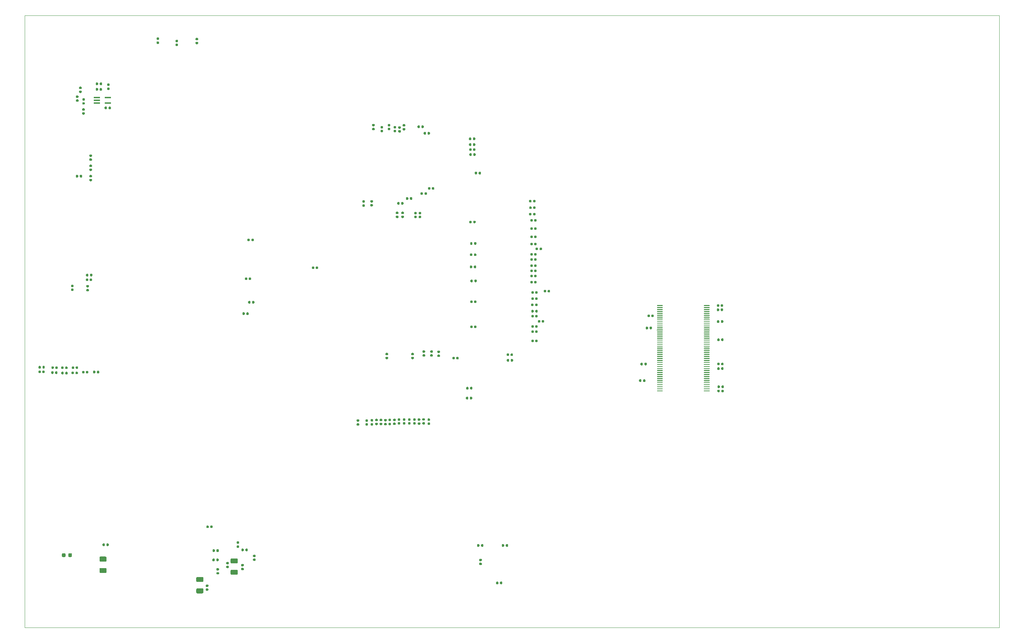
<source format=gbr>
G04 #@! TF.GenerationSoftware,KiCad,Pcbnew,5.1.6-c6e7f7d~87~ubuntu18.04.1*
G04 #@! TF.CreationDate,2020-08-14T22:16:59+05:30*
G04 #@! TF.ProjectId,Aardonyx,41617264-6f6e-4797-982e-6b696361645f,v1.0*
G04 #@! TF.SameCoordinates,Original*
G04 #@! TF.FileFunction,Paste,Bot*
G04 #@! TF.FilePolarity,Positive*
%FSLAX46Y46*%
G04 Gerber Fmt 4.6, Leading zero omitted, Abs format (unit mm)*
G04 Created by KiCad (PCBNEW 5.1.6-c6e7f7d~87~ubuntu18.04.1) date 2020-08-14 22:16:59*
%MOMM*%
%LPD*%
G01*
G04 APERTURE LIST*
G04 #@! TA.AperFunction,Profile*
%ADD10C,0.100000*%
G04 #@! TD*
%ADD11R,1.500000X0.400000*%
G04 APERTURE END LIST*
D10*
X43561000Y-162560000D02*
X43561000Y-11684000D01*
X283824680Y-162562540D02*
X43561000Y-162557460D01*
X283824680Y-11684000D02*
X283824680Y-162560000D01*
X43561000Y-11684000D02*
X283824680Y-11684000D01*
G36*
G01*
X54343800Y-144984050D02*
X54343800Y-144471550D01*
G75*
G02*
X54562550Y-144252800I218750J0D01*
G01*
X55000050Y-144252800D01*
G75*
G02*
X55218800Y-144471550I0J-218750D01*
G01*
X55218800Y-144984050D01*
G75*
G02*
X55000050Y-145202800I-218750J0D01*
G01*
X54562550Y-145202800D01*
G75*
G02*
X54343800Y-144984050I0J218750D01*
G01*
G37*
G36*
G01*
X52768800Y-144984050D02*
X52768800Y-144471550D01*
G75*
G02*
X52987550Y-144252800I218750J0D01*
G01*
X53425050Y-144252800D01*
G75*
G02*
X53643800Y-144471550I0J-218750D01*
G01*
X53643800Y-144984050D01*
G75*
G02*
X53425050Y-145202800I-218750J0D01*
G01*
X52987550Y-145202800D01*
G75*
G02*
X52768800Y-144984050I0J218750D01*
G01*
G37*
G36*
G01*
X212397800Y-83171000D02*
X212397800Y-83281000D01*
G75*
G02*
X212342800Y-83336000I-55000J0D01*
G01*
X211052800Y-83336000D01*
G75*
G02*
X210997800Y-83281000I0J55000D01*
G01*
X210997800Y-83171000D01*
G75*
G02*
X211052800Y-83116000I55000J0D01*
G01*
X212342800Y-83116000D01*
G75*
G02*
X212397800Y-83171000I0J-55000D01*
G01*
G37*
G36*
G01*
X212397800Y-83671000D02*
X212397800Y-83781000D01*
G75*
G02*
X212342800Y-83836000I-55000J0D01*
G01*
X211052800Y-83836000D01*
G75*
G02*
X210997800Y-83781000I0J55000D01*
G01*
X210997800Y-83671000D01*
G75*
G02*
X211052800Y-83616000I55000J0D01*
G01*
X212342800Y-83616000D01*
G75*
G02*
X212397800Y-83671000I0J-55000D01*
G01*
G37*
G36*
G01*
X212397800Y-84176000D02*
X212397800Y-84276000D01*
G75*
G02*
X212347800Y-84326000I-50000J0D01*
G01*
X211047800Y-84326000D01*
G75*
G02*
X210997800Y-84276000I0J50000D01*
G01*
X210997800Y-84176000D01*
G75*
G02*
X211047800Y-84126000I50000J0D01*
G01*
X212347800Y-84126000D01*
G75*
G02*
X212397800Y-84176000I0J-50000D01*
G01*
G37*
G36*
G01*
X212397800Y-84671000D02*
X212397800Y-84781000D01*
G75*
G02*
X212342800Y-84836000I-55000J0D01*
G01*
X211052800Y-84836000D01*
G75*
G02*
X210997800Y-84781000I0J55000D01*
G01*
X210997800Y-84671000D01*
G75*
G02*
X211052800Y-84616000I55000J0D01*
G01*
X212342800Y-84616000D01*
G75*
G02*
X212397800Y-84671000I0J-55000D01*
G01*
G37*
G36*
G01*
X212397800Y-85171000D02*
X212397800Y-85281000D01*
G75*
G02*
X212342800Y-85336000I-55000J0D01*
G01*
X211052800Y-85336000D01*
G75*
G02*
X210997800Y-85281000I0J55000D01*
G01*
X210997800Y-85171000D01*
G75*
G02*
X211052800Y-85116000I55000J0D01*
G01*
X212342800Y-85116000D01*
G75*
G02*
X212397800Y-85171000I0J-55000D01*
G01*
G37*
G36*
G01*
X212397800Y-85671000D02*
X212397800Y-85781000D01*
G75*
G02*
X212342800Y-85836000I-55000J0D01*
G01*
X211052800Y-85836000D01*
G75*
G02*
X210997800Y-85781000I0J55000D01*
G01*
X210997800Y-85671000D01*
G75*
G02*
X211052800Y-85616000I55000J0D01*
G01*
X212342800Y-85616000D01*
G75*
G02*
X212397800Y-85671000I0J-55000D01*
G01*
G37*
G36*
G01*
X212397800Y-86171000D02*
X212397800Y-86281000D01*
G75*
G02*
X212342800Y-86336000I-55000J0D01*
G01*
X211052800Y-86336000D01*
G75*
G02*
X210997800Y-86281000I0J55000D01*
G01*
X210997800Y-86171000D01*
G75*
G02*
X211052800Y-86116000I55000J0D01*
G01*
X212342800Y-86116000D01*
G75*
G02*
X212397800Y-86171000I0J-55000D01*
G01*
G37*
G36*
G01*
X212397800Y-86671000D02*
X212397800Y-86781000D01*
G75*
G02*
X212342800Y-86836000I-55000J0D01*
G01*
X211052800Y-86836000D01*
G75*
G02*
X210997800Y-86781000I0J55000D01*
G01*
X210997800Y-86671000D01*
G75*
G02*
X211052800Y-86616000I55000J0D01*
G01*
X212342800Y-86616000D01*
G75*
G02*
X212397800Y-86671000I0J-55000D01*
G01*
G37*
G36*
G01*
X212397800Y-87171000D02*
X212397800Y-87281000D01*
G75*
G02*
X212342800Y-87336000I-55000J0D01*
G01*
X211052800Y-87336000D01*
G75*
G02*
X210997800Y-87281000I0J55000D01*
G01*
X210997800Y-87171000D01*
G75*
G02*
X211052800Y-87116000I55000J0D01*
G01*
X212342800Y-87116000D01*
G75*
G02*
X212397800Y-87171000I0J-55000D01*
G01*
G37*
G36*
G01*
X212397800Y-87671000D02*
X212397800Y-87781000D01*
G75*
G02*
X212342800Y-87836000I-55000J0D01*
G01*
X211052800Y-87836000D01*
G75*
G02*
X210997800Y-87781000I0J55000D01*
G01*
X210997800Y-87671000D01*
G75*
G02*
X211052800Y-87616000I55000J0D01*
G01*
X212342800Y-87616000D01*
G75*
G02*
X212397800Y-87671000I0J-55000D01*
G01*
G37*
G36*
G01*
X212397800Y-88171000D02*
X212397800Y-88281000D01*
G75*
G02*
X212342800Y-88336000I-55000J0D01*
G01*
X211052800Y-88336000D01*
G75*
G02*
X210997800Y-88281000I0J55000D01*
G01*
X210997800Y-88171000D01*
G75*
G02*
X211052800Y-88116000I55000J0D01*
G01*
X212342800Y-88116000D01*
G75*
G02*
X212397800Y-88171000I0J-55000D01*
G01*
G37*
G36*
G01*
X212397800Y-88671000D02*
X212397800Y-88781000D01*
G75*
G02*
X212342800Y-88836000I-55000J0D01*
G01*
X211052800Y-88836000D01*
G75*
G02*
X210997800Y-88781000I0J55000D01*
G01*
X210997800Y-88671000D01*
G75*
G02*
X211052800Y-88616000I55000J0D01*
G01*
X212342800Y-88616000D01*
G75*
G02*
X212397800Y-88671000I0J-55000D01*
G01*
G37*
G36*
G01*
X212397800Y-89171000D02*
X212397800Y-89281000D01*
G75*
G02*
X212342800Y-89336000I-55000J0D01*
G01*
X211052800Y-89336000D01*
G75*
G02*
X210997800Y-89281000I0J55000D01*
G01*
X210997800Y-89171000D01*
G75*
G02*
X211052800Y-89116000I55000J0D01*
G01*
X212342800Y-89116000D01*
G75*
G02*
X212397800Y-89171000I0J-55000D01*
G01*
G37*
G36*
G01*
X212397800Y-89671000D02*
X212397800Y-89781000D01*
G75*
G02*
X212342800Y-89836000I-55000J0D01*
G01*
X211052800Y-89836000D01*
G75*
G02*
X210997800Y-89781000I0J55000D01*
G01*
X210997800Y-89671000D01*
G75*
G02*
X211052800Y-89616000I55000J0D01*
G01*
X212342800Y-89616000D01*
G75*
G02*
X212397800Y-89671000I0J-55000D01*
G01*
G37*
G36*
G01*
X212397800Y-90171000D02*
X212397800Y-90281000D01*
G75*
G02*
X212342800Y-90336000I-55000J0D01*
G01*
X211052800Y-90336000D01*
G75*
G02*
X210997800Y-90281000I0J55000D01*
G01*
X210997800Y-90171000D01*
G75*
G02*
X211052800Y-90116000I55000J0D01*
G01*
X212342800Y-90116000D01*
G75*
G02*
X212397800Y-90171000I0J-55000D01*
G01*
G37*
G36*
G01*
X212397800Y-90671000D02*
X212397800Y-90781000D01*
G75*
G02*
X212342800Y-90836000I-55000J0D01*
G01*
X211052800Y-90836000D01*
G75*
G02*
X210997800Y-90781000I0J55000D01*
G01*
X210997800Y-90671000D01*
G75*
G02*
X211052800Y-90616000I55000J0D01*
G01*
X212342800Y-90616000D01*
G75*
G02*
X212397800Y-90671000I0J-55000D01*
G01*
G37*
G36*
G01*
X212397800Y-91171000D02*
X212397800Y-91281000D01*
G75*
G02*
X212342800Y-91336000I-55000J0D01*
G01*
X211052800Y-91336000D01*
G75*
G02*
X210997800Y-91281000I0J55000D01*
G01*
X210997800Y-91171000D01*
G75*
G02*
X211052800Y-91116000I55000J0D01*
G01*
X212342800Y-91116000D01*
G75*
G02*
X212397800Y-91171000I0J-55000D01*
G01*
G37*
G36*
G01*
X212397800Y-91671000D02*
X212397800Y-91781000D01*
G75*
G02*
X212342800Y-91836000I-55000J0D01*
G01*
X211052800Y-91836000D01*
G75*
G02*
X210997800Y-91781000I0J55000D01*
G01*
X210997800Y-91671000D01*
G75*
G02*
X211052800Y-91616000I55000J0D01*
G01*
X212342800Y-91616000D01*
G75*
G02*
X212397800Y-91671000I0J-55000D01*
G01*
G37*
G36*
G01*
X212397800Y-92171000D02*
X212397800Y-92281000D01*
G75*
G02*
X212342800Y-92336000I-55000J0D01*
G01*
X211052800Y-92336000D01*
G75*
G02*
X210997800Y-92281000I0J55000D01*
G01*
X210997800Y-92171000D01*
G75*
G02*
X211052800Y-92116000I55000J0D01*
G01*
X212342800Y-92116000D01*
G75*
G02*
X212397800Y-92171000I0J-55000D01*
G01*
G37*
G36*
G01*
X212397800Y-92671000D02*
X212397800Y-92781000D01*
G75*
G02*
X212342800Y-92836000I-55000J0D01*
G01*
X211052800Y-92836000D01*
G75*
G02*
X210997800Y-92781000I0J55000D01*
G01*
X210997800Y-92671000D01*
G75*
G02*
X211052800Y-92616000I55000J0D01*
G01*
X212342800Y-92616000D01*
G75*
G02*
X212397800Y-92671000I0J-55000D01*
G01*
G37*
G36*
G01*
X212397800Y-93171000D02*
X212397800Y-93281000D01*
G75*
G02*
X212342800Y-93336000I-55000J0D01*
G01*
X211052800Y-93336000D01*
G75*
G02*
X210997800Y-93281000I0J55000D01*
G01*
X210997800Y-93171000D01*
G75*
G02*
X211052800Y-93116000I55000J0D01*
G01*
X212342800Y-93116000D01*
G75*
G02*
X212397800Y-93171000I0J-55000D01*
G01*
G37*
G36*
G01*
X212397800Y-93671000D02*
X212397800Y-93781000D01*
G75*
G02*
X212342800Y-93836000I-55000J0D01*
G01*
X211052800Y-93836000D01*
G75*
G02*
X210997800Y-93781000I0J55000D01*
G01*
X210997800Y-93671000D01*
G75*
G02*
X211052800Y-93616000I55000J0D01*
G01*
X212342800Y-93616000D01*
G75*
G02*
X212397800Y-93671000I0J-55000D01*
G01*
G37*
G36*
G01*
X212397800Y-94171000D02*
X212397800Y-94281000D01*
G75*
G02*
X212342800Y-94336000I-55000J0D01*
G01*
X211052800Y-94336000D01*
G75*
G02*
X210997800Y-94281000I0J55000D01*
G01*
X210997800Y-94171000D01*
G75*
G02*
X211052800Y-94116000I55000J0D01*
G01*
X212342800Y-94116000D01*
G75*
G02*
X212397800Y-94171000I0J-55000D01*
G01*
G37*
G36*
G01*
X212397800Y-94671000D02*
X212397800Y-94781000D01*
G75*
G02*
X212342800Y-94836000I-55000J0D01*
G01*
X211052800Y-94836000D01*
G75*
G02*
X210997800Y-94781000I0J55000D01*
G01*
X210997800Y-94671000D01*
G75*
G02*
X211052800Y-94616000I55000J0D01*
G01*
X212342800Y-94616000D01*
G75*
G02*
X212397800Y-94671000I0J-55000D01*
G01*
G37*
G36*
G01*
X212397800Y-95171000D02*
X212397800Y-95281000D01*
G75*
G02*
X212342800Y-95336000I-55000J0D01*
G01*
X211052800Y-95336000D01*
G75*
G02*
X210997800Y-95281000I0J55000D01*
G01*
X210997800Y-95171000D01*
G75*
G02*
X211052800Y-95116000I55000J0D01*
G01*
X212342800Y-95116000D01*
G75*
G02*
X212397800Y-95171000I0J-55000D01*
G01*
G37*
G36*
G01*
X212397800Y-95671000D02*
X212397800Y-95781000D01*
G75*
G02*
X212342800Y-95836000I-55000J0D01*
G01*
X211052800Y-95836000D01*
G75*
G02*
X210997800Y-95781000I0J55000D01*
G01*
X210997800Y-95671000D01*
G75*
G02*
X211052800Y-95616000I55000J0D01*
G01*
X212342800Y-95616000D01*
G75*
G02*
X212397800Y-95671000I0J-55000D01*
G01*
G37*
G36*
G01*
X212397800Y-96171000D02*
X212397800Y-96281000D01*
G75*
G02*
X212342800Y-96336000I-55000J0D01*
G01*
X211052800Y-96336000D01*
G75*
G02*
X210997800Y-96281000I0J55000D01*
G01*
X210997800Y-96171000D01*
G75*
G02*
X211052800Y-96116000I55000J0D01*
G01*
X212342800Y-96116000D01*
G75*
G02*
X212397800Y-96171000I0J-55000D01*
G01*
G37*
G36*
G01*
X212397800Y-96671000D02*
X212397800Y-96781000D01*
G75*
G02*
X212342800Y-96836000I-55000J0D01*
G01*
X211052800Y-96836000D01*
G75*
G02*
X210997800Y-96781000I0J55000D01*
G01*
X210997800Y-96671000D01*
G75*
G02*
X211052800Y-96616000I55000J0D01*
G01*
X212342800Y-96616000D01*
G75*
G02*
X212397800Y-96671000I0J-55000D01*
G01*
G37*
G36*
G01*
X212397800Y-97171000D02*
X212397800Y-97281000D01*
G75*
G02*
X212342800Y-97336000I-55000J0D01*
G01*
X211052800Y-97336000D01*
G75*
G02*
X210997800Y-97281000I0J55000D01*
G01*
X210997800Y-97171000D01*
G75*
G02*
X211052800Y-97116000I55000J0D01*
G01*
X212342800Y-97116000D01*
G75*
G02*
X212397800Y-97171000I0J-55000D01*
G01*
G37*
G36*
G01*
X212397800Y-97671000D02*
X212397800Y-97781000D01*
G75*
G02*
X212342800Y-97836000I-55000J0D01*
G01*
X211052800Y-97836000D01*
G75*
G02*
X210997800Y-97781000I0J55000D01*
G01*
X210997800Y-97671000D01*
G75*
G02*
X211052800Y-97616000I55000J0D01*
G01*
X212342800Y-97616000D01*
G75*
G02*
X212397800Y-97671000I0J-55000D01*
G01*
G37*
G36*
G01*
X212397800Y-98171000D02*
X212397800Y-98281000D01*
G75*
G02*
X212342800Y-98336000I-55000J0D01*
G01*
X211052800Y-98336000D01*
G75*
G02*
X210997800Y-98281000I0J55000D01*
G01*
X210997800Y-98171000D01*
G75*
G02*
X211052800Y-98116000I55000J0D01*
G01*
X212342800Y-98116000D01*
G75*
G02*
X212397800Y-98171000I0J-55000D01*
G01*
G37*
G36*
G01*
X212397800Y-98671000D02*
X212397800Y-98781000D01*
G75*
G02*
X212342800Y-98836000I-55000J0D01*
G01*
X211052800Y-98836000D01*
G75*
G02*
X210997800Y-98781000I0J55000D01*
G01*
X210997800Y-98671000D01*
G75*
G02*
X211052800Y-98616000I55000J0D01*
G01*
X212342800Y-98616000D01*
G75*
G02*
X212397800Y-98671000I0J-55000D01*
G01*
G37*
G36*
G01*
X212397800Y-99171000D02*
X212397800Y-99281000D01*
G75*
G02*
X212342800Y-99336000I-55000J0D01*
G01*
X211052800Y-99336000D01*
G75*
G02*
X210997800Y-99281000I0J55000D01*
G01*
X210997800Y-99171000D01*
G75*
G02*
X211052800Y-99116000I55000J0D01*
G01*
X212342800Y-99116000D01*
G75*
G02*
X212397800Y-99171000I0J-55000D01*
G01*
G37*
G36*
G01*
X212397800Y-99671000D02*
X212397800Y-99781000D01*
G75*
G02*
X212342800Y-99836000I-55000J0D01*
G01*
X211052800Y-99836000D01*
G75*
G02*
X210997800Y-99781000I0J55000D01*
G01*
X210997800Y-99671000D01*
G75*
G02*
X211052800Y-99616000I55000J0D01*
G01*
X212342800Y-99616000D01*
G75*
G02*
X212397800Y-99671000I0J-55000D01*
G01*
G37*
G36*
G01*
X212397800Y-100171000D02*
X212397800Y-100281000D01*
G75*
G02*
X212342800Y-100336000I-55000J0D01*
G01*
X211052800Y-100336000D01*
G75*
G02*
X210997800Y-100281000I0J55000D01*
G01*
X210997800Y-100171000D01*
G75*
G02*
X211052800Y-100116000I55000J0D01*
G01*
X212342800Y-100116000D01*
G75*
G02*
X212397800Y-100171000I0J-55000D01*
G01*
G37*
G36*
G01*
X212397800Y-100671000D02*
X212397800Y-100781000D01*
G75*
G02*
X212342800Y-100836000I-55000J0D01*
G01*
X211052800Y-100836000D01*
G75*
G02*
X210997800Y-100781000I0J55000D01*
G01*
X210997800Y-100671000D01*
G75*
G02*
X211052800Y-100616000I55000J0D01*
G01*
X212342800Y-100616000D01*
G75*
G02*
X212397800Y-100671000I0J-55000D01*
G01*
G37*
G36*
G01*
X212397800Y-101171000D02*
X212397800Y-101281000D01*
G75*
G02*
X212342800Y-101336000I-55000J0D01*
G01*
X211052800Y-101336000D01*
G75*
G02*
X210997800Y-101281000I0J55000D01*
G01*
X210997800Y-101171000D01*
G75*
G02*
X211052800Y-101116000I55000J0D01*
G01*
X212342800Y-101116000D01*
G75*
G02*
X212397800Y-101171000I0J-55000D01*
G01*
G37*
G36*
G01*
X212397800Y-101671000D02*
X212397800Y-101781000D01*
G75*
G02*
X212342800Y-101836000I-55000J0D01*
G01*
X211052800Y-101836000D01*
G75*
G02*
X210997800Y-101781000I0J55000D01*
G01*
X210997800Y-101671000D01*
G75*
G02*
X211052800Y-101616000I55000J0D01*
G01*
X212342800Y-101616000D01*
G75*
G02*
X212397800Y-101671000I0J-55000D01*
G01*
G37*
G36*
G01*
X212397800Y-102171000D02*
X212397800Y-102281000D01*
G75*
G02*
X212342800Y-102336000I-55000J0D01*
G01*
X211052800Y-102336000D01*
G75*
G02*
X210997800Y-102281000I0J55000D01*
G01*
X210997800Y-102171000D01*
G75*
G02*
X211052800Y-102116000I55000J0D01*
G01*
X212342800Y-102116000D01*
G75*
G02*
X212397800Y-102171000I0J-55000D01*
G01*
G37*
G36*
G01*
X212397800Y-102671000D02*
X212397800Y-102781000D01*
G75*
G02*
X212342800Y-102836000I-55000J0D01*
G01*
X211052800Y-102836000D01*
G75*
G02*
X210997800Y-102781000I0J55000D01*
G01*
X210997800Y-102671000D01*
G75*
G02*
X211052800Y-102616000I55000J0D01*
G01*
X212342800Y-102616000D01*
G75*
G02*
X212397800Y-102671000I0J-55000D01*
G01*
G37*
G36*
G01*
X200837800Y-104171000D02*
X200837800Y-104281000D01*
G75*
G02*
X200782800Y-104336000I-55000J0D01*
G01*
X199492800Y-104336000D01*
G75*
G02*
X199437800Y-104281000I0J55000D01*
G01*
X199437800Y-104171000D01*
G75*
G02*
X199492800Y-104116000I55000J0D01*
G01*
X200782800Y-104116000D01*
G75*
G02*
X200837800Y-104171000I0J-55000D01*
G01*
G37*
G36*
G01*
X200837800Y-103671000D02*
X200837800Y-103781000D01*
G75*
G02*
X200782800Y-103836000I-55000J0D01*
G01*
X199492800Y-103836000D01*
G75*
G02*
X199437800Y-103781000I0J55000D01*
G01*
X199437800Y-103671000D01*
G75*
G02*
X199492800Y-103616000I55000J0D01*
G01*
X200782800Y-103616000D01*
G75*
G02*
X200837800Y-103671000I0J-55000D01*
G01*
G37*
G36*
G01*
X200837800Y-103171000D02*
X200837800Y-103281000D01*
G75*
G02*
X200782800Y-103336000I-55000J0D01*
G01*
X199492800Y-103336000D01*
G75*
G02*
X199437800Y-103281000I0J55000D01*
G01*
X199437800Y-103171000D01*
G75*
G02*
X199492800Y-103116000I55000J0D01*
G01*
X200782800Y-103116000D01*
G75*
G02*
X200837800Y-103171000I0J-55000D01*
G01*
G37*
G36*
G01*
X200837800Y-102671000D02*
X200837800Y-102781000D01*
G75*
G02*
X200782800Y-102836000I-55000J0D01*
G01*
X199492800Y-102836000D01*
G75*
G02*
X199437800Y-102781000I0J55000D01*
G01*
X199437800Y-102671000D01*
G75*
G02*
X199492800Y-102616000I55000J0D01*
G01*
X200782800Y-102616000D01*
G75*
G02*
X200837800Y-102671000I0J-55000D01*
G01*
G37*
G36*
G01*
X200837800Y-102171000D02*
X200837800Y-102281000D01*
G75*
G02*
X200782800Y-102336000I-55000J0D01*
G01*
X199492800Y-102336000D01*
G75*
G02*
X199437800Y-102281000I0J55000D01*
G01*
X199437800Y-102171000D01*
G75*
G02*
X199492800Y-102116000I55000J0D01*
G01*
X200782800Y-102116000D01*
G75*
G02*
X200837800Y-102171000I0J-55000D01*
G01*
G37*
G36*
G01*
X200837800Y-101671000D02*
X200837800Y-101781000D01*
G75*
G02*
X200782800Y-101836000I-55000J0D01*
G01*
X199492800Y-101836000D01*
G75*
G02*
X199437800Y-101781000I0J55000D01*
G01*
X199437800Y-101671000D01*
G75*
G02*
X199492800Y-101616000I55000J0D01*
G01*
X200782800Y-101616000D01*
G75*
G02*
X200837800Y-101671000I0J-55000D01*
G01*
G37*
G36*
G01*
X200837800Y-101171000D02*
X200837800Y-101281000D01*
G75*
G02*
X200782800Y-101336000I-55000J0D01*
G01*
X199492800Y-101336000D01*
G75*
G02*
X199437800Y-101281000I0J55000D01*
G01*
X199437800Y-101171000D01*
G75*
G02*
X199492800Y-101116000I55000J0D01*
G01*
X200782800Y-101116000D01*
G75*
G02*
X200837800Y-101171000I0J-55000D01*
G01*
G37*
G36*
G01*
X200837800Y-100671000D02*
X200837800Y-100781000D01*
G75*
G02*
X200782800Y-100836000I-55000J0D01*
G01*
X199492800Y-100836000D01*
G75*
G02*
X199437800Y-100781000I0J55000D01*
G01*
X199437800Y-100671000D01*
G75*
G02*
X199492800Y-100616000I55000J0D01*
G01*
X200782800Y-100616000D01*
G75*
G02*
X200837800Y-100671000I0J-55000D01*
G01*
G37*
G36*
G01*
X200837800Y-100171000D02*
X200837800Y-100281000D01*
G75*
G02*
X200782800Y-100336000I-55000J0D01*
G01*
X199492800Y-100336000D01*
G75*
G02*
X199437800Y-100281000I0J55000D01*
G01*
X199437800Y-100171000D01*
G75*
G02*
X199492800Y-100116000I55000J0D01*
G01*
X200782800Y-100116000D01*
G75*
G02*
X200837800Y-100171000I0J-55000D01*
G01*
G37*
G36*
G01*
X200837800Y-99671000D02*
X200837800Y-99781000D01*
G75*
G02*
X200782800Y-99836000I-55000J0D01*
G01*
X199492800Y-99836000D01*
G75*
G02*
X199437800Y-99781000I0J55000D01*
G01*
X199437800Y-99671000D01*
G75*
G02*
X199492800Y-99616000I55000J0D01*
G01*
X200782800Y-99616000D01*
G75*
G02*
X200837800Y-99671000I0J-55000D01*
G01*
G37*
G36*
G01*
X200837800Y-99171000D02*
X200837800Y-99281000D01*
G75*
G02*
X200782800Y-99336000I-55000J0D01*
G01*
X199492800Y-99336000D01*
G75*
G02*
X199437800Y-99281000I0J55000D01*
G01*
X199437800Y-99171000D01*
G75*
G02*
X199492800Y-99116000I55000J0D01*
G01*
X200782800Y-99116000D01*
G75*
G02*
X200837800Y-99171000I0J-55000D01*
G01*
G37*
G36*
G01*
X200837800Y-98671000D02*
X200837800Y-98781000D01*
G75*
G02*
X200782800Y-98836000I-55000J0D01*
G01*
X199492800Y-98836000D01*
G75*
G02*
X199437800Y-98781000I0J55000D01*
G01*
X199437800Y-98671000D01*
G75*
G02*
X199492800Y-98616000I55000J0D01*
G01*
X200782800Y-98616000D01*
G75*
G02*
X200837800Y-98671000I0J-55000D01*
G01*
G37*
G36*
G01*
X200837800Y-98171000D02*
X200837800Y-98281000D01*
G75*
G02*
X200782800Y-98336000I-55000J0D01*
G01*
X199492800Y-98336000D01*
G75*
G02*
X199437800Y-98281000I0J55000D01*
G01*
X199437800Y-98171000D01*
G75*
G02*
X199492800Y-98116000I55000J0D01*
G01*
X200782800Y-98116000D01*
G75*
G02*
X200837800Y-98171000I0J-55000D01*
G01*
G37*
G36*
G01*
X200837800Y-97671000D02*
X200837800Y-97781000D01*
G75*
G02*
X200782800Y-97836000I-55000J0D01*
G01*
X199492800Y-97836000D01*
G75*
G02*
X199437800Y-97781000I0J55000D01*
G01*
X199437800Y-97671000D01*
G75*
G02*
X199492800Y-97616000I55000J0D01*
G01*
X200782800Y-97616000D01*
G75*
G02*
X200837800Y-97671000I0J-55000D01*
G01*
G37*
G36*
G01*
X200837800Y-97171000D02*
X200837800Y-97281000D01*
G75*
G02*
X200782800Y-97336000I-55000J0D01*
G01*
X199492800Y-97336000D01*
G75*
G02*
X199437800Y-97281000I0J55000D01*
G01*
X199437800Y-97171000D01*
G75*
G02*
X199492800Y-97116000I55000J0D01*
G01*
X200782800Y-97116000D01*
G75*
G02*
X200837800Y-97171000I0J-55000D01*
G01*
G37*
G36*
G01*
X200837800Y-96671000D02*
X200837800Y-96781000D01*
G75*
G02*
X200782800Y-96836000I-55000J0D01*
G01*
X199492800Y-96836000D01*
G75*
G02*
X199437800Y-96781000I0J55000D01*
G01*
X199437800Y-96671000D01*
G75*
G02*
X199492800Y-96616000I55000J0D01*
G01*
X200782800Y-96616000D01*
G75*
G02*
X200837800Y-96671000I0J-55000D01*
G01*
G37*
G36*
G01*
X200837800Y-96171000D02*
X200837800Y-96281000D01*
G75*
G02*
X200782800Y-96336000I-55000J0D01*
G01*
X199492800Y-96336000D01*
G75*
G02*
X199437800Y-96281000I0J55000D01*
G01*
X199437800Y-96171000D01*
G75*
G02*
X199492800Y-96116000I55000J0D01*
G01*
X200782800Y-96116000D01*
G75*
G02*
X200837800Y-96171000I0J-55000D01*
G01*
G37*
G36*
G01*
X200837800Y-95671000D02*
X200837800Y-95781000D01*
G75*
G02*
X200782800Y-95836000I-55000J0D01*
G01*
X199492800Y-95836000D01*
G75*
G02*
X199437800Y-95781000I0J55000D01*
G01*
X199437800Y-95671000D01*
G75*
G02*
X199492800Y-95616000I55000J0D01*
G01*
X200782800Y-95616000D01*
G75*
G02*
X200837800Y-95671000I0J-55000D01*
G01*
G37*
G36*
G01*
X200837800Y-95171000D02*
X200837800Y-95281000D01*
G75*
G02*
X200782800Y-95336000I-55000J0D01*
G01*
X199492800Y-95336000D01*
G75*
G02*
X199437800Y-95281000I0J55000D01*
G01*
X199437800Y-95171000D01*
G75*
G02*
X199492800Y-95116000I55000J0D01*
G01*
X200782800Y-95116000D01*
G75*
G02*
X200837800Y-95171000I0J-55000D01*
G01*
G37*
G36*
G01*
X200837800Y-94671000D02*
X200837800Y-94781000D01*
G75*
G02*
X200782800Y-94836000I-55000J0D01*
G01*
X199492800Y-94836000D01*
G75*
G02*
X199437800Y-94781000I0J55000D01*
G01*
X199437800Y-94671000D01*
G75*
G02*
X199492800Y-94616000I55000J0D01*
G01*
X200782800Y-94616000D01*
G75*
G02*
X200837800Y-94671000I0J-55000D01*
G01*
G37*
G36*
G01*
X200837800Y-94171000D02*
X200837800Y-94281000D01*
G75*
G02*
X200782800Y-94336000I-55000J0D01*
G01*
X199492800Y-94336000D01*
G75*
G02*
X199437800Y-94281000I0J55000D01*
G01*
X199437800Y-94171000D01*
G75*
G02*
X199492800Y-94116000I55000J0D01*
G01*
X200782800Y-94116000D01*
G75*
G02*
X200837800Y-94171000I0J-55000D01*
G01*
G37*
G36*
G01*
X200837800Y-93671000D02*
X200837800Y-93781000D01*
G75*
G02*
X200782800Y-93836000I-55000J0D01*
G01*
X199492800Y-93836000D01*
G75*
G02*
X199437800Y-93781000I0J55000D01*
G01*
X199437800Y-93671000D01*
G75*
G02*
X199492800Y-93616000I55000J0D01*
G01*
X200782800Y-93616000D01*
G75*
G02*
X200837800Y-93671000I0J-55000D01*
G01*
G37*
G36*
G01*
X200837800Y-93171000D02*
X200837800Y-93281000D01*
G75*
G02*
X200782800Y-93336000I-55000J0D01*
G01*
X199492800Y-93336000D01*
G75*
G02*
X199437800Y-93281000I0J55000D01*
G01*
X199437800Y-93171000D01*
G75*
G02*
X199492800Y-93116000I55000J0D01*
G01*
X200782800Y-93116000D01*
G75*
G02*
X200837800Y-93171000I0J-55000D01*
G01*
G37*
G36*
G01*
X200837800Y-92671000D02*
X200837800Y-92781000D01*
G75*
G02*
X200782800Y-92836000I-55000J0D01*
G01*
X199492800Y-92836000D01*
G75*
G02*
X199437800Y-92781000I0J55000D01*
G01*
X199437800Y-92671000D01*
G75*
G02*
X199492800Y-92616000I55000J0D01*
G01*
X200782800Y-92616000D01*
G75*
G02*
X200837800Y-92671000I0J-55000D01*
G01*
G37*
G36*
G01*
X200837800Y-92171000D02*
X200837800Y-92281000D01*
G75*
G02*
X200782800Y-92336000I-55000J0D01*
G01*
X199492800Y-92336000D01*
G75*
G02*
X199437800Y-92281000I0J55000D01*
G01*
X199437800Y-92171000D01*
G75*
G02*
X199492800Y-92116000I55000J0D01*
G01*
X200782800Y-92116000D01*
G75*
G02*
X200837800Y-92171000I0J-55000D01*
G01*
G37*
G36*
G01*
X200837800Y-91671000D02*
X200837800Y-91781000D01*
G75*
G02*
X200782800Y-91836000I-55000J0D01*
G01*
X199492800Y-91836000D01*
G75*
G02*
X199437800Y-91781000I0J55000D01*
G01*
X199437800Y-91671000D01*
G75*
G02*
X199492800Y-91616000I55000J0D01*
G01*
X200782800Y-91616000D01*
G75*
G02*
X200837800Y-91671000I0J-55000D01*
G01*
G37*
G36*
G01*
X200837800Y-91171000D02*
X200837800Y-91281000D01*
G75*
G02*
X200782800Y-91336000I-55000J0D01*
G01*
X199492800Y-91336000D01*
G75*
G02*
X199437800Y-91281000I0J55000D01*
G01*
X199437800Y-91171000D01*
G75*
G02*
X199492800Y-91116000I55000J0D01*
G01*
X200782800Y-91116000D01*
G75*
G02*
X200837800Y-91171000I0J-55000D01*
G01*
G37*
G36*
G01*
X200837800Y-90671000D02*
X200837800Y-90781000D01*
G75*
G02*
X200782800Y-90836000I-55000J0D01*
G01*
X199492800Y-90836000D01*
G75*
G02*
X199437800Y-90781000I0J55000D01*
G01*
X199437800Y-90671000D01*
G75*
G02*
X199492800Y-90616000I55000J0D01*
G01*
X200782800Y-90616000D01*
G75*
G02*
X200837800Y-90671000I0J-55000D01*
G01*
G37*
G36*
G01*
X200837800Y-90171000D02*
X200837800Y-90281000D01*
G75*
G02*
X200782800Y-90336000I-55000J0D01*
G01*
X199492800Y-90336000D01*
G75*
G02*
X199437800Y-90281000I0J55000D01*
G01*
X199437800Y-90171000D01*
G75*
G02*
X199492800Y-90116000I55000J0D01*
G01*
X200782800Y-90116000D01*
G75*
G02*
X200837800Y-90171000I0J-55000D01*
G01*
G37*
G36*
G01*
X200837800Y-89671000D02*
X200837800Y-89781000D01*
G75*
G02*
X200782800Y-89836000I-55000J0D01*
G01*
X199492800Y-89836000D01*
G75*
G02*
X199437800Y-89781000I0J55000D01*
G01*
X199437800Y-89671000D01*
G75*
G02*
X199492800Y-89616000I55000J0D01*
G01*
X200782800Y-89616000D01*
G75*
G02*
X200837800Y-89671000I0J-55000D01*
G01*
G37*
G36*
G01*
X200875300Y-89171000D02*
X200875300Y-89281000D01*
G75*
G02*
X200820300Y-89336000I-55000J0D01*
G01*
X199455300Y-89336000D01*
G75*
G02*
X199400300Y-89281000I0J55000D01*
G01*
X199400300Y-89171000D01*
G75*
G02*
X199455300Y-89116000I55000J0D01*
G01*
X200820300Y-89116000D01*
G75*
G02*
X200875300Y-89171000I0J-55000D01*
G01*
G37*
G36*
G01*
X200837800Y-88671000D02*
X200837800Y-88781000D01*
G75*
G02*
X200782800Y-88836000I-55000J0D01*
G01*
X199492800Y-88836000D01*
G75*
G02*
X199437800Y-88781000I0J55000D01*
G01*
X199437800Y-88671000D01*
G75*
G02*
X199492800Y-88616000I55000J0D01*
G01*
X200782800Y-88616000D01*
G75*
G02*
X200837800Y-88671000I0J-55000D01*
G01*
G37*
G36*
G01*
X200837800Y-88171000D02*
X200837800Y-88281000D01*
G75*
G02*
X200782800Y-88336000I-55000J0D01*
G01*
X199492800Y-88336000D01*
G75*
G02*
X199437800Y-88281000I0J55000D01*
G01*
X199437800Y-88171000D01*
G75*
G02*
X199492800Y-88116000I55000J0D01*
G01*
X200782800Y-88116000D01*
G75*
G02*
X200837800Y-88171000I0J-55000D01*
G01*
G37*
G36*
G01*
X200837800Y-87671000D02*
X200837800Y-87781000D01*
G75*
G02*
X200782800Y-87836000I-55000J0D01*
G01*
X199492800Y-87836000D01*
G75*
G02*
X199437800Y-87781000I0J55000D01*
G01*
X199437800Y-87671000D01*
G75*
G02*
X199492800Y-87616000I55000J0D01*
G01*
X200782800Y-87616000D01*
G75*
G02*
X200837800Y-87671000I0J-55000D01*
G01*
G37*
G36*
G01*
X200837800Y-87171000D02*
X200837800Y-87281000D01*
G75*
G02*
X200782800Y-87336000I-55000J0D01*
G01*
X199492800Y-87336000D01*
G75*
G02*
X199437800Y-87281000I0J55000D01*
G01*
X199437800Y-87171000D01*
G75*
G02*
X199492800Y-87116000I55000J0D01*
G01*
X200782800Y-87116000D01*
G75*
G02*
X200837800Y-87171000I0J-55000D01*
G01*
G37*
G36*
G01*
X200837800Y-86671000D02*
X200837800Y-86781000D01*
G75*
G02*
X200782800Y-86836000I-55000J0D01*
G01*
X199492800Y-86836000D01*
G75*
G02*
X199437800Y-86781000I0J55000D01*
G01*
X199437800Y-86671000D01*
G75*
G02*
X199492800Y-86616000I55000J0D01*
G01*
X200782800Y-86616000D01*
G75*
G02*
X200837800Y-86671000I0J-55000D01*
G01*
G37*
G36*
G01*
X200837800Y-86171000D02*
X200837800Y-86281000D01*
G75*
G02*
X200782800Y-86336000I-55000J0D01*
G01*
X199492800Y-86336000D01*
G75*
G02*
X199437800Y-86281000I0J55000D01*
G01*
X199437800Y-86171000D01*
G75*
G02*
X199492800Y-86116000I55000J0D01*
G01*
X200782800Y-86116000D01*
G75*
G02*
X200837800Y-86171000I0J-55000D01*
G01*
G37*
G36*
G01*
X200837800Y-85671000D02*
X200837800Y-85781000D01*
G75*
G02*
X200782800Y-85836000I-55000J0D01*
G01*
X199492800Y-85836000D01*
G75*
G02*
X199437800Y-85781000I0J55000D01*
G01*
X199437800Y-85671000D01*
G75*
G02*
X199492800Y-85616000I55000J0D01*
G01*
X200782800Y-85616000D01*
G75*
G02*
X200837800Y-85671000I0J-55000D01*
G01*
G37*
G36*
G01*
X200837800Y-85171000D02*
X200837800Y-85281000D01*
G75*
G02*
X200782800Y-85336000I-55000J0D01*
G01*
X199492800Y-85336000D01*
G75*
G02*
X199437800Y-85281000I0J55000D01*
G01*
X199437800Y-85171000D01*
G75*
G02*
X199492800Y-85116000I55000J0D01*
G01*
X200782800Y-85116000D01*
G75*
G02*
X200837800Y-85171000I0J-55000D01*
G01*
G37*
G36*
G01*
X200837800Y-84671000D02*
X200837800Y-84781000D01*
G75*
G02*
X200782800Y-84836000I-55000J0D01*
G01*
X199492800Y-84836000D01*
G75*
G02*
X199437800Y-84781000I0J55000D01*
G01*
X199437800Y-84671000D01*
G75*
G02*
X199492800Y-84616000I55000J0D01*
G01*
X200782800Y-84616000D01*
G75*
G02*
X200837800Y-84671000I0J-55000D01*
G01*
G37*
G36*
G01*
X212397800Y-103171000D02*
X212397800Y-103281000D01*
G75*
G02*
X212342800Y-103336000I-55000J0D01*
G01*
X211052800Y-103336000D01*
G75*
G02*
X210997800Y-103281000I0J55000D01*
G01*
X210997800Y-103171000D01*
G75*
G02*
X211052800Y-103116000I55000J0D01*
G01*
X212342800Y-103116000D01*
G75*
G02*
X212397800Y-103171000I0J-55000D01*
G01*
G37*
G36*
G01*
X212397800Y-103671000D02*
X212397800Y-103781000D01*
G75*
G02*
X212342800Y-103836000I-55000J0D01*
G01*
X211052800Y-103836000D01*
G75*
G02*
X210997800Y-103781000I0J55000D01*
G01*
X210997800Y-103671000D01*
G75*
G02*
X211052800Y-103616000I55000J0D01*
G01*
X212342800Y-103616000D01*
G75*
G02*
X212397800Y-103671000I0J-55000D01*
G01*
G37*
G36*
G01*
X212397800Y-104171000D02*
X212397800Y-104281000D01*
G75*
G02*
X212342800Y-104336000I-55000J0D01*
G01*
X211052800Y-104336000D01*
G75*
G02*
X210997800Y-104281000I0J55000D01*
G01*
X210997800Y-104171000D01*
G75*
G02*
X211052800Y-104116000I55000J0D01*
G01*
X212342800Y-104116000D01*
G75*
G02*
X212397800Y-104171000I0J-55000D01*
G01*
G37*
G36*
G01*
X200837800Y-84171000D02*
X200837800Y-84281000D01*
G75*
G02*
X200782800Y-84336000I-55000J0D01*
G01*
X199492800Y-84336000D01*
G75*
G02*
X199437800Y-84281000I0J55000D01*
G01*
X199437800Y-84171000D01*
G75*
G02*
X199492800Y-84116000I55000J0D01*
G01*
X200782800Y-84116000D01*
G75*
G02*
X200837800Y-84171000I0J-55000D01*
G01*
G37*
G36*
G01*
X200837800Y-83671000D02*
X200837800Y-83781000D01*
G75*
G02*
X200782800Y-83836000I-55000J0D01*
G01*
X199492800Y-83836000D01*
G75*
G02*
X199437800Y-83781000I0J55000D01*
G01*
X199437800Y-83671000D01*
G75*
G02*
X199492800Y-83616000I55000J0D01*
G01*
X200782800Y-83616000D01*
G75*
G02*
X200837800Y-83671000I0J-55000D01*
G01*
G37*
G36*
G01*
X200837800Y-83171000D02*
X200837800Y-83281000D01*
G75*
G02*
X200782800Y-83336000I-55000J0D01*
G01*
X199492800Y-83336000D01*
G75*
G02*
X199437800Y-83281000I0J55000D01*
G01*
X199437800Y-83171000D01*
G75*
G02*
X199492800Y-83116000I55000J0D01*
G01*
X200782800Y-83116000D01*
G75*
G02*
X200837800Y-83171000I0J-55000D01*
G01*
G37*
G36*
G01*
X163000200Y-96519700D02*
X163000200Y-96864700D01*
G75*
G02*
X162852700Y-97012200I-147500J0D01*
G01*
X162557700Y-97012200D01*
G75*
G02*
X162410200Y-96864700I0J147500D01*
G01*
X162410200Y-96519700D01*
G75*
G02*
X162557700Y-96372200I147500J0D01*
G01*
X162852700Y-96372200D01*
G75*
G02*
X163000200Y-96519700I0J-147500D01*
G01*
G37*
G36*
G01*
X163970200Y-96519700D02*
X163970200Y-96864700D01*
G75*
G02*
X163822700Y-97012200I-147500J0D01*
G01*
X163527700Y-97012200D01*
G75*
G02*
X163380200Y-96864700I0J147500D01*
G01*
X163380200Y-96519700D01*
G75*
G02*
X163527700Y-96372200I147500J0D01*
G01*
X163822700Y-96372200D01*
G75*
G02*
X163970200Y-96519700I0J-147500D01*
G01*
G37*
G36*
G01*
X139352500Y-95450000D02*
X139007500Y-95450000D01*
G75*
G02*
X138860000Y-95302500I0J147500D01*
G01*
X138860000Y-95007500D01*
G75*
G02*
X139007500Y-94860000I147500J0D01*
G01*
X139352500Y-94860000D01*
G75*
G02*
X139500000Y-95007500I0J-147500D01*
G01*
X139500000Y-95302500D01*
G75*
G02*
X139352500Y-95450000I-147500J0D01*
G01*
G37*
G36*
G01*
X139352500Y-96420000D02*
X139007500Y-96420000D01*
G75*
G02*
X138860000Y-96272500I0J147500D01*
G01*
X138860000Y-95977500D01*
G75*
G02*
X139007500Y-95830000I147500J0D01*
G01*
X139352500Y-95830000D01*
G75*
G02*
X139500000Y-95977500I0J-147500D01*
G01*
X139500000Y-96272500D01*
G75*
G02*
X139352500Y-96420000I-147500J0D01*
G01*
G37*
G36*
G01*
X134533700Y-112066600D02*
X134878700Y-112066600D01*
G75*
G02*
X135026200Y-112214100I0J-147500D01*
G01*
X135026200Y-112509100D01*
G75*
G02*
X134878700Y-112656600I-147500J0D01*
G01*
X134533700Y-112656600D01*
G75*
G02*
X134386200Y-112509100I0J147500D01*
G01*
X134386200Y-112214100D01*
G75*
G02*
X134533700Y-112066600I147500J0D01*
G01*
G37*
G36*
G01*
X134533700Y-111096600D02*
X134878700Y-111096600D01*
G75*
G02*
X135026200Y-111244100I0J-147500D01*
G01*
X135026200Y-111539100D01*
G75*
G02*
X134878700Y-111686600I-147500J0D01*
G01*
X134533700Y-111686600D01*
G75*
G02*
X134386200Y-111539100I0J147500D01*
G01*
X134386200Y-111244100D01*
G75*
G02*
X134533700Y-111096600I147500J0D01*
G01*
G37*
D11*
X64068000Y-33263600D03*
X64068000Y-31963600D03*
X61408000Y-31963600D03*
X61408000Y-32613600D03*
X61408000Y-33263600D03*
G36*
G01*
X56782200Y-51135500D02*
X56782200Y-51480500D01*
G75*
G02*
X56634700Y-51628000I-147500J0D01*
G01*
X56339700Y-51628000D01*
G75*
G02*
X56192200Y-51480500I0J147500D01*
G01*
X56192200Y-51135500D01*
G75*
G02*
X56339700Y-50988000I147500J0D01*
G01*
X56634700Y-50988000D01*
G75*
G02*
X56782200Y-51135500I0J-147500D01*
G01*
G37*
G36*
G01*
X57752200Y-51135500D02*
X57752200Y-51480500D01*
G75*
G02*
X57604700Y-51628000I-147500J0D01*
G01*
X57309700Y-51628000D01*
G75*
G02*
X57162200Y-51480500I0J147500D01*
G01*
X57162200Y-51135500D01*
G75*
G02*
X57309700Y-50988000I147500J0D01*
G01*
X57604700Y-50988000D01*
G75*
G02*
X57752200Y-51135500I0J-147500D01*
G01*
G37*
G36*
G01*
X141788100Y-95211400D02*
X142133100Y-95211400D01*
G75*
G02*
X142280600Y-95358900I0J-147500D01*
G01*
X142280600Y-95653900D01*
G75*
G02*
X142133100Y-95801400I-147500J0D01*
G01*
X141788100Y-95801400D01*
G75*
G02*
X141640600Y-95653900I0J147500D01*
G01*
X141640600Y-95358900D01*
G75*
G02*
X141788100Y-95211400I147500J0D01*
G01*
G37*
G36*
G01*
X141788100Y-94241400D02*
X142133100Y-94241400D01*
G75*
G02*
X142280600Y-94388900I0J-147500D01*
G01*
X142280600Y-94683900D01*
G75*
G02*
X142133100Y-94831400I-147500J0D01*
G01*
X141788100Y-94831400D01*
G75*
G02*
X141640600Y-94683900I0J147500D01*
G01*
X141640600Y-94388900D01*
G75*
G02*
X141788100Y-94241400I147500J0D01*
G01*
G37*
G36*
G01*
X143693100Y-95211400D02*
X144038100Y-95211400D01*
G75*
G02*
X144185600Y-95358900I0J-147500D01*
G01*
X144185600Y-95653900D01*
G75*
G02*
X144038100Y-95801400I-147500J0D01*
G01*
X143693100Y-95801400D01*
G75*
G02*
X143545600Y-95653900I0J147500D01*
G01*
X143545600Y-95358900D01*
G75*
G02*
X143693100Y-95211400I147500J0D01*
G01*
G37*
G36*
G01*
X143693100Y-94241400D02*
X144038100Y-94241400D01*
G75*
G02*
X144185600Y-94388900I0J-147500D01*
G01*
X144185600Y-94683900D01*
G75*
G02*
X144038100Y-94831400I-147500J0D01*
G01*
X143693100Y-94831400D01*
G75*
G02*
X143545600Y-94683900I0J147500D01*
G01*
X143545600Y-94388900D01*
G75*
G02*
X143693100Y-94241400I147500J0D01*
G01*
G37*
G36*
G01*
X145445700Y-95287600D02*
X145790700Y-95287600D01*
G75*
G02*
X145938200Y-95435100I0J-147500D01*
G01*
X145938200Y-95730100D01*
G75*
G02*
X145790700Y-95877600I-147500J0D01*
G01*
X145445700Y-95877600D01*
G75*
G02*
X145298200Y-95730100I0J147500D01*
G01*
X145298200Y-95435100D01*
G75*
G02*
X145445700Y-95287600I147500J0D01*
G01*
G37*
G36*
G01*
X145445700Y-94317600D02*
X145790700Y-94317600D01*
G75*
G02*
X145938200Y-94465100I0J-147500D01*
G01*
X145938200Y-94760100D01*
G75*
G02*
X145790700Y-94907600I-147500J0D01*
G01*
X145445700Y-94907600D01*
G75*
G02*
X145298200Y-94760100I0J147500D01*
G01*
X145298200Y-94465100D01*
G75*
G02*
X145445700Y-94317600I147500J0D01*
G01*
G37*
G36*
G01*
X149593800Y-95991900D02*
X149593800Y-96336900D01*
G75*
G02*
X149446300Y-96484400I-147500J0D01*
G01*
X149151300Y-96484400D01*
G75*
G02*
X149003800Y-96336900I0J147500D01*
G01*
X149003800Y-95991900D01*
G75*
G02*
X149151300Y-95844400I147500J0D01*
G01*
X149446300Y-95844400D01*
G75*
G02*
X149593800Y-95991900I0J-147500D01*
G01*
G37*
G36*
G01*
X150563800Y-95991900D02*
X150563800Y-96336900D01*
G75*
G02*
X150416300Y-96484400I-147500J0D01*
G01*
X150121300Y-96484400D01*
G75*
G02*
X149973800Y-96336900I0J147500D01*
G01*
X149973800Y-95991900D01*
G75*
G02*
X150121300Y-95844400I147500J0D01*
G01*
X150416300Y-95844400D01*
G75*
G02*
X150563800Y-95991900I0J-147500D01*
G01*
G37*
G36*
G01*
X152972000Y-103408700D02*
X152972000Y-103753700D01*
G75*
G02*
X152824500Y-103901200I-147500J0D01*
G01*
X152529500Y-103901200D01*
G75*
G02*
X152382000Y-103753700I0J147500D01*
G01*
X152382000Y-103408700D01*
G75*
G02*
X152529500Y-103261200I147500J0D01*
G01*
X152824500Y-103261200D01*
G75*
G02*
X152972000Y-103408700I0J-147500D01*
G01*
G37*
G36*
G01*
X153942000Y-103408700D02*
X153942000Y-103753700D01*
G75*
G02*
X153794500Y-103901200I-147500J0D01*
G01*
X153499500Y-103901200D01*
G75*
G02*
X153352000Y-103753700I0J147500D01*
G01*
X153352000Y-103408700D01*
G75*
G02*
X153499500Y-103261200I147500J0D01*
G01*
X153794500Y-103261200D01*
G75*
G02*
X153942000Y-103408700I0J-147500D01*
G01*
G37*
G36*
G01*
X152921200Y-105847100D02*
X152921200Y-106192100D01*
G75*
G02*
X152773700Y-106339600I-147500J0D01*
G01*
X152478700Y-106339600D01*
G75*
G02*
X152331200Y-106192100I0J147500D01*
G01*
X152331200Y-105847100D01*
G75*
G02*
X152478700Y-105699600I147500J0D01*
G01*
X152773700Y-105699600D01*
G75*
G02*
X152921200Y-105847100I0J-147500D01*
G01*
G37*
G36*
G01*
X153891200Y-105847100D02*
X153891200Y-106192100D01*
G75*
G02*
X153743700Y-106339600I-147500J0D01*
G01*
X153448700Y-106339600D01*
G75*
G02*
X153301200Y-106192100I0J147500D01*
G01*
X153301200Y-105847100D01*
G75*
G02*
X153448700Y-105699600I147500J0D01*
G01*
X153743700Y-105699600D01*
G75*
G02*
X153891200Y-105847100I0J-147500D01*
G01*
G37*
G36*
G01*
X162975200Y-95149700D02*
X162975200Y-95494700D01*
G75*
G02*
X162827700Y-95642200I-147500J0D01*
G01*
X162532700Y-95642200D01*
G75*
G02*
X162385200Y-95494700I0J147500D01*
G01*
X162385200Y-95149700D01*
G75*
G02*
X162532700Y-95002200I147500J0D01*
G01*
X162827700Y-95002200D01*
G75*
G02*
X162975200Y-95149700I0J-147500D01*
G01*
G37*
G36*
G01*
X163945200Y-95149700D02*
X163945200Y-95494700D01*
G75*
G02*
X163797700Y-95642200I-147500J0D01*
G01*
X163502700Y-95642200D01*
G75*
G02*
X163355200Y-95494700I0J147500D01*
G01*
X163355200Y-95149700D01*
G75*
G02*
X163502700Y-95002200I147500J0D01*
G01*
X163797700Y-95002200D01*
G75*
G02*
X163945200Y-95149700I0J-147500D01*
G01*
G37*
G36*
G01*
X169050200Y-89464100D02*
X169050200Y-89809100D01*
G75*
G02*
X168902700Y-89956600I-147500J0D01*
G01*
X168607700Y-89956600D01*
G75*
G02*
X168460200Y-89809100I0J147500D01*
G01*
X168460200Y-89464100D01*
G75*
G02*
X168607700Y-89316600I147500J0D01*
G01*
X168902700Y-89316600D01*
G75*
G02*
X169050200Y-89464100I0J-147500D01*
G01*
G37*
G36*
G01*
X170020200Y-89464100D02*
X170020200Y-89809100D01*
G75*
G02*
X169872700Y-89956600I-147500J0D01*
G01*
X169577700Y-89956600D01*
G75*
G02*
X169430200Y-89809100I0J147500D01*
G01*
X169430200Y-89464100D01*
G75*
G02*
X169577700Y-89316600I147500J0D01*
G01*
X169872700Y-89316600D01*
G75*
G02*
X170020200Y-89464100I0J-147500D01*
G01*
G37*
G36*
G01*
X169050200Y-88194100D02*
X169050200Y-88539100D01*
G75*
G02*
X168902700Y-88686600I-147500J0D01*
G01*
X168607700Y-88686600D01*
G75*
G02*
X168460200Y-88539100I0J147500D01*
G01*
X168460200Y-88194100D01*
G75*
G02*
X168607700Y-88046600I147500J0D01*
G01*
X168902700Y-88046600D01*
G75*
G02*
X169050200Y-88194100I0J-147500D01*
G01*
G37*
G36*
G01*
X170020200Y-88194100D02*
X170020200Y-88539100D01*
G75*
G02*
X169872700Y-88686600I-147500J0D01*
G01*
X169577700Y-88686600D01*
G75*
G02*
X169430200Y-88539100I0J147500D01*
G01*
X169430200Y-88194100D01*
G75*
G02*
X169577700Y-88046600I147500J0D01*
G01*
X169872700Y-88046600D01*
G75*
G02*
X170020200Y-88194100I0J-147500D01*
G01*
G37*
G36*
G01*
X169050200Y-85654100D02*
X169050200Y-85999100D01*
G75*
G02*
X168902700Y-86146600I-147500J0D01*
G01*
X168607700Y-86146600D01*
G75*
G02*
X168460200Y-85999100I0J147500D01*
G01*
X168460200Y-85654100D01*
G75*
G02*
X168607700Y-85506600I147500J0D01*
G01*
X168902700Y-85506600D01*
G75*
G02*
X169050200Y-85654100I0J-147500D01*
G01*
G37*
G36*
G01*
X170020200Y-85654100D02*
X170020200Y-85999100D01*
G75*
G02*
X169872700Y-86146600I-147500J0D01*
G01*
X169577700Y-86146600D01*
G75*
G02*
X169430200Y-85999100I0J147500D01*
G01*
X169430200Y-85654100D01*
G75*
G02*
X169577700Y-85506600I147500J0D01*
G01*
X169872700Y-85506600D01*
G75*
G02*
X170020200Y-85654100I0J-147500D01*
G01*
G37*
G36*
G01*
X169046200Y-84428100D02*
X169046200Y-84773100D01*
G75*
G02*
X168898700Y-84920600I-147500J0D01*
G01*
X168603700Y-84920600D01*
G75*
G02*
X168456200Y-84773100I0J147500D01*
G01*
X168456200Y-84428100D01*
G75*
G02*
X168603700Y-84280600I147500J0D01*
G01*
X168898700Y-84280600D01*
G75*
G02*
X169046200Y-84428100I0J-147500D01*
G01*
G37*
G36*
G01*
X170016200Y-84428100D02*
X170016200Y-84773100D01*
G75*
G02*
X169868700Y-84920600I-147500J0D01*
G01*
X169573700Y-84920600D01*
G75*
G02*
X169426200Y-84773100I0J147500D01*
G01*
X169426200Y-84428100D01*
G75*
G02*
X169573700Y-84280600I147500J0D01*
G01*
X169868700Y-84280600D01*
G75*
G02*
X170016200Y-84428100I0J-147500D01*
G01*
G37*
G36*
G01*
X169027200Y-82860100D02*
X169027200Y-83205100D01*
G75*
G02*
X168879700Y-83352600I-147500J0D01*
G01*
X168584700Y-83352600D01*
G75*
G02*
X168437200Y-83205100I0J147500D01*
G01*
X168437200Y-82860100D01*
G75*
G02*
X168584700Y-82712600I147500J0D01*
G01*
X168879700Y-82712600D01*
G75*
G02*
X169027200Y-82860100I0J-147500D01*
G01*
G37*
G36*
G01*
X169997200Y-82860100D02*
X169997200Y-83205100D01*
G75*
G02*
X169849700Y-83352600I-147500J0D01*
G01*
X169554700Y-83352600D01*
G75*
G02*
X169407200Y-83205100I0J147500D01*
G01*
X169407200Y-82860100D01*
G75*
G02*
X169554700Y-82712600I147500J0D01*
G01*
X169849700Y-82712600D01*
G75*
G02*
X169997200Y-82860100I0J-147500D01*
G01*
G37*
G36*
G01*
X169050200Y-81336100D02*
X169050200Y-81681100D01*
G75*
G02*
X168902700Y-81828600I-147500J0D01*
G01*
X168607700Y-81828600D01*
G75*
G02*
X168460200Y-81681100I0J147500D01*
G01*
X168460200Y-81336100D01*
G75*
G02*
X168607700Y-81188600I147500J0D01*
G01*
X168902700Y-81188600D01*
G75*
G02*
X169050200Y-81336100I0J-147500D01*
G01*
G37*
G36*
G01*
X170020200Y-81336100D02*
X170020200Y-81681100D01*
G75*
G02*
X169872700Y-81828600I-147500J0D01*
G01*
X169577700Y-81828600D01*
G75*
G02*
X169430200Y-81681100I0J147500D01*
G01*
X169430200Y-81336100D01*
G75*
G02*
X169577700Y-81188600I147500J0D01*
G01*
X169872700Y-81188600D01*
G75*
G02*
X170020200Y-81336100I0J-147500D01*
G01*
G37*
G36*
G01*
X169050200Y-79812100D02*
X169050200Y-80157100D01*
G75*
G02*
X168902700Y-80304600I-147500J0D01*
G01*
X168607700Y-80304600D01*
G75*
G02*
X168460200Y-80157100I0J147500D01*
G01*
X168460200Y-79812100D01*
G75*
G02*
X168607700Y-79664600I147500J0D01*
G01*
X168902700Y-79664600D01*
G75*
G02*
X169050200Y-79812100I0J-147500D01*
G01*
G37*
G36*
G01*
X170020200Y-79812100D02*
X170020200Y-80157100D01*
G75*
G02*
X169872700Y-80304600I-147500J0D01*
G01*
X169577700Y-80304600D01*
G75*
G02*
X169430200Y-80157100I0J147500D01*
G01*
X169430200Y-79812100D01*
G75*
G02*
X169577700Y-79664600I147500J0D01*
G01*
X169872700Y-79664600D01*
G75*
G02*
X170020200Y-79812100I0J-147500D01*
G01*
G37*
G36*
G01*
X168796200Y-77272100D02*
X168796200Y-77617100D01*
G75*
G02*
X168648700Y-77764600I-147500J0D01*
G01*
X168353700Y-77764600D01*
G75*
G02*
X168206200Y-77617100I0J147500D01*
G01*
X168206200Y-77272100D01*
G75*
G02*
X168353700Y-77124600I147500J0D01*
G01*
X168648700Y-77124600D01*
G75*
G02*
X168796200Y-77272100I0J-147500D01*
G01*
G37*
G36*
G01*
X169766200Y-77272100D02*
X169766200Y-77617100D01*
G75*
G02*
X169618700Y-77764600I-147500J0D01*
G01*
X169323700Y-77764600D01*
G75*
G02*
X169176200Y-77617100I0J147500D01*
G01*
X169176200Y-77272100D01*
G75*
G02*
X169323700Y-77124600I147500J0D01*
G01*
X169618700Y-77124600D01*
G75*
G02*
X169766200Y-77272100I0J-147500D01*
G01*
G37*
G36*
G01*
X168796200Y-75748100D02*
X168796200Y-76093100D01*
G75*
G02*
X168648700Y-76240600I-147500J0D01*
G01*
X168353700Y-76240600D01*
G75*
G02*
X168206200Y-76093100I0J147500D01*
G01*
X168206200Y-75748100D01*
G75*
G02*
X168353700Y-75600600I147500J0D01*
G01*
X168648700Y-75600600D01*
G75*
G02*
X168796200Y-75748100I0J-147500D01*
G01*
G37*
G36*
G01*
X169766200Y-75748100D02*
X169766200Y-76093100D01*
G75*
G02*
X169618700Y-76240600I-147500J0D01*
G01*
X169323700Y-76240600D01*
G75*
G02*
X169176200Y-76093100I0J147500D01*
G01*
X169176200Y-75748100D01*
G75*
G02*
X169323700Y-75600600I147500J0D01*
G01*
X169618700Y-75600600D01*
G75*
G02*
X169766200Y-75748100I0J-147500D01*
G01*
G37*
G36*
G01*
X168796200Y-74478100D02*
X168796200Y-74823100D01*
G75*
G02*
X168648700Y-74970600I-147500J0D01*
G01*
X168353700Y-74970600D01*
G75*
G02*
X168206200Y-74823100I0J147500D01*
G01*
X168206200Y-74478100D01*
G75*
G02*
X168353700Y-74330600I147500J0D01*
G01*
X168648700Y-74330600D01*
G75*
G02*
X168796200Y-74478100I0J-147500D01*
G01*
G37*
G36*
G01*
X169766200Y-74478100D02*
X169766200Y-74823100D01*
G75*
G02*
X169618700Y-74970600I-147500J0D01*
G01*
X169323700Y-74970600D01*
G75*
G02*
X169176200Y-74823100I0J147500D01*
G01*
X169176200Y-74478100D01*
G75*
G02*
X169323700Y-74330600I147500J0D01*
G01*
X169618700Y-74330600D01*
G75*
G02*
X169766200Y-74478100I0J-147500D01*
G01*
G37*
G36*
G01*
X168796200Y-73208100D02*
X168796200Y-73553100D01*
G75*
G02*
X168648700Y-73700600I-147500J0D01*
G01*
X168353700Y-73700600D01*
G75*
G02*
X168206200Y-73553100I0J147500D01*
G01*
X168206200Y-73208100D01*
G75*
G02*
X168353700Y-73060600I147500J0D01*
G01*
X168648700Y-73060600D01*
G75*
G02*
X168796200Y-73208100I0J-147500D01*
G01*
G37*
G36*
G01*
X169766200Y-73208100D02*
X169766200Y-73553100D01*
G75*
G02*
X169618700Y-73700600I-147500J0D01*
G01*
X169323700Y-73700600D01*
G75*
G02*
X169176200Y-73553100I0J147500D01*
G01*
X169176200Y-73208100D01*
G75*
G02*
X169323700Y-73060600I147500J0D01*
G01*
X169618700Y-73060600D01*
G75*
G02*
X169766200Y-73208100I0J-147500D01*
G01*
G37*
G36*
G01*
X168796200Y-71684100D02*
X168796200Y-72029100D01*
G75*
G02*
X168648700Y-72176600I-147500J0D01*
G01*
X168353700Y-72176600D01*
G75*
G02*
X168206200Y-72029100I0J147500D01*
G01*
X168206200Y-71684100D01*
G75*
G02*
X168353700Y-71536600I147500J0D01*
G01*
X168648700Y-71536600D01*
G75*
G02*
X168796200Y-71684100I0J-147500D01*
G01*
G37*
G36*
G01*
X169766200Y-71684100D02*
X169766200Y-72029100D01*
G75*
G02*
X169618700Y-72176600I-147500J0D01*
G01*
X169323700Y-72176600D01*
G75*
G02*
X169176200Y-72029100I0J147500D01*
G01*
X169176200Y-71684100D01*
G75*
G02*
X169323700Y-71536600I147500J0D01*
G01*
X169618700Y-71536600D01*
G75*
G02*
X169766200Y-71684100I0J-147500D01*
G01*
G37*
G36*
G01*
X168796200Y-70414100D02*
X168796200Y-70759100D01*
G75*
G02*
X168648700Y-70906600I-147500J0D01*
G01*
X168353700Y-70906600D01*
G75*
G02*
X168206200Y-70759100I0J147500D01*
G01*
X168206200Y-70414100D01*
G75*
G02*
X168353700Y-70266600I147500J0D01*
G01*
X168648700Y-70266600D01*
G75*
G02*
X168796200Y-70414100I0J-147500D01*
G01*
G37*
G36*
G01*
X169766200Y-70414100D02*
X169766200Y-70759100D01*
G75*
G02*
X169618700Y-70906600I-147500J0D01*
G01*
X169323700Y-70906600D01*
G75*
G02*
X169176200Y-70759100I0J147500D01*
G01*
X169176200Y-70414100D01*
G75*
G02*
X169323700Y-70266600I147500J0D01*
G01*
X169618700Y-70266600D01*
G75*
G02*
X169766200Y-70414100I0J-147500D01*
G01*
G37*
G36*
G01*
X168796200Y-67874100D02*
X168796200Y-68219100D01*
G75*
G02*
X168648700Y-68366600I-147500J0D01*
G01*
X168353700Y-68366600D01*
G75*
G02*
X168206200Y-68219100I0J147500D01*
G01*
X168206200Y-67874100D01*
G75*
G02*
X168353700Y-67726600I147500J0D01*
G01*
X168648700Y-67726600D01*
G75*
G02*
X168796200Y-67874100I0J-147500D01*
G01*
G37*
G36*
G01*
X169766200Y-67874100D02*
X169766200Y-68219100D01*
G75*
G02*
X169618700Y-68366600I-147500J0D01*
G01*
X169323700Y-68366600D01*
G75*
G02*
X169176200Y-68219100I0J147500D01*
G01*
X169176200Y-67874100D01*
G75*
G02*
X169323700Y-67726600I147500J0D01*
G01*
X169618700Y-67726600D01*
G75*
G02*
X169766200Y-67874100I0J-147500D01*
G01*
G37*
G36*
G01*
X168796200Y-66096100D02*
X168796200Y-66441100D01*
G75*
G02*
X168648700Y-66588600I-147500J0D01*
G01*
X168353700Y-66588600D01*
G75*
G02*
X168206200Y-66441100I0J147500D01*
G01*
X168206200Y-66096100D01*
G75*
G02*
X168353700Y-65948600I147500J0D01*
G01*
X168648700Y-65948600D01*
G75*
G02*
X168796200Y-66096100I0J-147500D01*
G01*
G37*
G36*
G01*
X169766200Y-66096100D02*
X169766200Y-66441100D01*
G75*
G02*
X169618700Y-66588600I-147500J0D01*
G01*
X169323700Y-66588600D01*
G75*
G02*
X169176200Y-66441100I0J147500D01*
G01*
X169176200Y-66096100D01*
G75*
G02*
X169323700Y-65948600I147500J0D01*
G01*
X169618700Y-65948600D01*
G75*
G02*
X169766200Y-66096100I0J-147500D01*
G01*
G37*
G36*
G01*
X168796200Y-64064100D02*
X168796200Y-64409100D01*
G75*
G02*
X168648700Y-64556600I-147500J0D01*
G01*
X168353700Y-64556600D01*
G75*
G02*
X168206200Y-64409100I0J147500D01*
G01*
X168206200Y-64064100D01*
G75*
G02*
X168353700Y-63916600I147500J0D01*
G01*
X168648700Y-63916600D01*
G75*
G02*
X168796200Y-64064100I0J-147500D01*
G01*
G37*
G36*
G01*
X169766200Y-64064100D02*
X169766200Y-64409100D01*
G75*
G02*
X169618700Y-64556600I-147500J0D01*
G01*
X169323700Y-64556600D01*
G75*
G02*
X169176200Y-64409100I0J147500D01*
G01*
X169176200Y-64064100D01*
G75*
G02*
X169323700Y-63916600I147500J0D01*
G01*
X169618700Y-63916600D01*
G75*
G02*
X169766200Y-64064100I0J-147500D01*
G01*
G37*
G36*
G01*
X168796200Y-62032100D02*
X168796200Y-62377100D01*
G75*
G02*
X168648700Y-62524600I-147500J0D01*
G01*
X168353700Y-62524600D01*
G75*
G02*
X168206200Y-62377100I0J147500D01*
G01*
X168206200Y-62032100D01*
G75*
G02*
X168353700Y-61884600I147500J0D01*
G01*
X168648700Y-61884600D01*
G75*
G02*
X168796200Y-62032100I0J-147500D01*
G01*
G37*
G36*
G01*
X169766200Y-62032100D02*
X169766200Y-62377100D01*
G75*
G02*
X169618700Y-62524600I-147500J0D01*
G01*
X169323700Y-62524600D01*
G75*
G02*
X169176200Y-62377100I0J147500D01*
G01*
X169176200Y-62032100D01*
G75*
G02*
X169323700Y-61884600I147500J0D01*
G01*
X169618700Y-61884600D01*
G75*
G02*
X169766200Y-62032100I0J-147500D01*
G01*
G37*
G36*
G01*
X168519200Y-60508100D02*
X168519200Y-60853100D01*
G75*
G02*
X168371700Y-61000600I-147500J0D01*
G01*
X168076700Y-61000600D01*
G75*
G02*
X167929200Y-60853100I0J147500D01*
G01*
X167929200Y-60508100D01*
G75*
G02*
X168076700Y-60360600I147500J0D01*
G01*
X168371700Y-60360600D01*
G75*
G02*
X168519200Y-60508100I0J-147500D01*
G01*
G37*
G36*
G01*
X169489200Y-60508100D02*
X169489200Y-60853100D01*
G75*
G02*
X169341700Y-61000600I-147500J0D01*
G01*
X169046700Y-61000600D01*
G75*
G02*
X168899200Y-60853100I0J147500D01*
G01*
X168899200Y-60508100D01*
G75*
G02*
X169046700Y-60360600I147500J0D01*
G01*
X169341700Y-60360600D01*
G75*
G02*
X169489200Y-60508100I0J-147500D01*
G01*
G37*
G36*
G01*
X168536200Y-58918100D02*
X168536200Y-59263100D01*
G75*
G02*
X168388700Y-59410600I-147500J0D01*
G01*
X168093700Y-59410600D01*
G75*
G02*
X167946200Y-59263100I0J147500D01*
G01*
X167946200Y-58918100D01*
G75*
G02*
X168093700Y-58770600I147500J0D01*
G01*
X168388700Y-58770600D01*
G75*
G02*
X168536200Y-58918100I0J-147500D01*
G01*
G37*
G36*
G01*
X169506200Y-58918100D02*
X169506200Y-59263100D01*
G75*
G02*
X169358700Y-59410600I-147500J0D01*
G01*
X169063700Y-59410600D01*
G75*
G02*
X168916200Y-59263100I0J147500D01*
G01*
X168916200Y-58918100D01*
G75*
G02*
X169063700Y-58770600I147500J0D01*
G01*
X169358700Y-58770600D01*
G75*
G02*
X169506200Y-58918100I0J-147500D01*
G01*
G37*
G36*
G01*
X153780000Y-45817500D02*
X153780000Y-46162500D01*
G75*
G02*
X153632500Y-46310000I-147500J0D01*
G01*
X153337500Y-46310000D01*
G75*
G02*
X153190000Y-46162500I0J147500D01*
G01*
X153190000Y-45817500D01*
G75*
G02*
X153337500Y-45670000I147500J0D01*
G01*
X153632500Y-45670000D01*
G75*
G02*
X153780000Y-45817500I0J-147500D01*
G01*
G37*
G36*
G01*
X154750000Y-45817500D02*
X154750000Y-46162500D01*
G75*
G02*
X154602500Y-46310000I-147500J0D01*
G01*
X154307500Y-46310000D01*
G75*
G02*
X154160000Y-46162500I0J147500D01*
G01*
X154160000Y-45817500D01*
G75*
G02*
X154307500Y-45670000I147500J0D01*
G01*
X154602500Y-45670000D01*
G75*
G02*
X154750000Y-45817500I0J-147500D01*
G01*
G37*
G36*
G01*
X153730000Y-44607500D02*
X153730000Y-44952500D01*
G75*
G02*
X153582500Y-45100000I-147500J0D01*
G01*
X153287500Y-45100000D01*
G75*
G02*
X153140000Y-44952500I0J147500D01*
G01*
X153140000Y-44607500D01*
G75*
G02*
X153287500Y-44460000I147500J0D01*
G01*
X153582500Y-44460000D01*
G75*
G02*
X153730000Y-44607500I0J-147500D01*
G01*
G37*
G36*
G01*
X154700000Y-44607500D02*
X154700000Y-44952500D01*
G75*
G02*
X154552500Y-45100000I-147500J0D01*
G01*
X154257500Y-45100000D01*
G75*
G02*
X154110000Y-44952500I0J147500D01*
G01*
X154110000Y-44607500D01*
G75*
G02*
X154257500Y-44460000I147500J0D01*
G01*
X154552500Y-44460000D01*
G75*
G02*
X154700000Y-44607500I0J-147500D01*
G01*
G37*
G36*
G01*
X153686200Y-43368100D02*
X153686200Y-43713100D01*
G75*
G02*
X153538700Y-43860600I-147500J0D01*
G01*
X153243700Y-43860600D01*
G75*
G02*
X153096200Y-43713100I0J147500D01*
G01*
X153096200Y-43368100D01*
G75*
G02*
X153243700Y-43220600I147500J0D01*
G01*
X153538700Y-43220600D01*
G75*
G02*
X153686200Y-43368100I0J-147500D01*
G01*
G37*
G36*
G01*
X154656200Y-43368100D02*
X154656200Y-43713100D01*
G75*
G02*
X154508700Y-43860600I-147500J0D01*
G01*
X154213700Y-43860600D01*
G75*
G02*
X154066200Y-43713100I0J147500D01*
G01*
X154066200Y-43368100D01*
G75*
G02*
X154213700Y-43220600I147500J0D01*
G01*
X154508700Y-43220600D01*
G75*
G02*
X154656200Y-43368100I0J-147500D01*
G01*
G37*
G36*
G01*
X133573300Y-39027600D02*
X133228300Y-39027600D01*
G75*
G02*
X133080800Y-38880100I0J147500D01*
G01*
X133080800Y-38585100D01*
G75*
G02*
X133228300Y-38437600I147500J0D01*
G01*
X133573300Y-38437600D01*
G75*
G02*
X133720800Y-38585100I0J-147500D01*
G01*
X133720800Y-38880100D01*
G75*
G02*
X133573300Y-39027600I-147500J0D01*
G01*
G37*
G36*
G01*
X133573300Y-39997600D02*
X133228300Y-39997600D01*
G75*
G02*
X133080800Y-39850100I0J147500D01*
G01*
X133080800Y-39555100D01*
G75*
G02*
X133228300Y-39407600I147500J0D01*
G01*
X133573300Y-39407600D01*
G75*
G02*
X133720800Y-39555100I0J-147500D01*
G01*
X133720800Y-39850100D01*
G75*
G02*
X133573300Y-39997600I-147500J0D01*
G01*
G37*
G36*
G01*
X129712500Y-39027600D02*
X129367500Y-39027600D01*
G75*
G02*
X129220000Y-38880100I0J147500D01*
G01*
X129220000Y-38585100D01*
G75*
G02*
X129367500Y-38437600I147500J0D01*
G01*
X129712500Y-38437600D01*
G75*
G02*
X129860000Y-38585100I0J-147500D01*
G01*
X129860000Y-38880100D01*
G75*
G02*
X129712500Y-39027600I-147500J0D01*
G01*
G37*
G36*
G01*
X129712500Y-39997600D02*
X129367500Y-39997600D01*
G75*
G02*
X129220000Y-39850100I0J147500D01*
G01*
X129220000Y-39555100D01*
G75*
G02*
X129367500Y-39407600I147500J0D01*
G01*
X129712500Y-39407600D01*
G75*
G02*
X129860000Y-39555100I0J-147500D01*
G01*
X129860000Y-39850100D01*
G75*
G02*
X129712500Y-39997600I-147500J0D01*
G01*
G37*
G36*
G01*
X137230900Y-39078400D02*
X136885900Y-39078400D01*
G75*
G02*
X136738400Y-38930900I0J147500D01*
G01*
X136738400Y-38635900D01*
G75*
G02*
X136885900Y-38488400I147500J0D01*
G01*
X137230900Y-38488400D01*
G75*
G02*
X137378400Y-38635900I0J-147500D01*
G01*
X137378400Y-38930900D01*
G75*
G02*
X137230900Y-39078400I-147500J0D01*
G01*
G37*
G36*
G01*
X137230900Y-40048400D02*
X136885900Y-40048400D01*
G75*
G02*
X136738400Y-39900900I0J147500D01*
G01*
X136738400Y-39605900D01*
G75*
G02*
X136885900Y-39458400I147500J0D01*
G01*
X137230900Y-39458400D01*
G75*
G02*
X137378400Y-39605900I0J-147500D01*
G01*
X137378400Y-39900900D01*
G75*
G02*
X137230900Y-40048400I-147500J0D01*
G01*
G37*
G36*
G01*
X141363200Y-39288500D02*
X141363200Y-38943500D01*
G75*
G02*
X141510700Y-38796000I147500J0D01*
G01*
X141805700Y-38796000D01*
G75*
G02*
X141953200Y-38943500I0J-147500D01*
G01*
X141953200Y-39288500D01*
G75*
G02*
X141805700Y-39436000I-147500J0D01*
G01*
X141510700Y-39436000D01*
G75*
G02*
X141363200Y-39288500I0J147500D01*
G01*
G37*
G36*
G01*
X140393200Y-39288500D02*
X140393200Y-38943500D01*
G75*
G02*
X140540700Y-38796000I147500J0D01*
G01*
X140835700Y-38796000D01*
G75*
G02*
X140983200Y-38943500I0J-147500D01*
G01*
X140983200Y-39288500D01*
G75*
G02*
X140835700Y-39436000I-147500J0D01*
G01*
X140540700Y-39436000D01*
G75*
G02*
X140393200Y-39288500I0J147500D01*
G01*
G37*
G36*
G01*
X142887200Y-40914100D02*
X142887200Y-40569100D01*
G75*
G02*
X143034700Y-40421600I147500J0D01*
G01*
X143329700Y-40421600D01*
G75*
G02*
X143477200Y-40569100I0J-147500D01*
G01*
X143477200Y-40914100D01*
G75*
G02*
X143329700Y-41061600I-147500J0D01*
G01*
X143034700Y-41061600D01*
G75*
G02*
X142887200Y-40914100I0J147500D01*
G01*
G37*
G36*
G01*
X141917200Y-40914100D02*
X141917200Y-40569100D01*
G75*
G02*
X142064700Y-40421600I147500J0D01*
G01*
X142359700Y-40421600D01*
G75*
G02*
X142507200Y-40569100I0J-147500D01*
G01*
X142507200Y-40914100D01*
G75*
G02*
X142359700Y-41061600I-147500J0D01*
G01*
X142064700Y-41061600D01*
G75*
G02*
X141917200Y-40914100I0J147500D01*
G01*
G37*
G36*
G01*
X154060000Y-42292500D02*
X154060000Y-41947500D01*
G75*
G02*
X154207500Y-41800000I147500J0D01*
G01*
X154502500Y-41800000D01*
G75*
G02*
X154650000Y-41947500I0J-147500D01*
G01*
X154650000Y-42292500D01*
G75*
G02*
X154502500Y-42440000I-147500J0D01*
G01*
X154207500Y-42440000D01*
G75*
G02*
X154060000Y-42292500I0J147500D01*
G01*
G37*
G36*
G01*
X153090000Y-42292500D02*
X153090000Y-41947500D01*
G75*
G02*
X153237500Y-41800000I147500J0D01*
G01*
X153532500Y-41800000D01*
G75*
G02*
X153680000Y-41947500I0J-147500D01*
G01*
X153680000Y-42292500D01*
G75*
G02*
X153532500Y-42440000I-147500J0D01*
G01*
X153237500Y-42440000D01*
G75*
G02*
X153090000Y-42292500I0J147500D01*
G01*
G37*
G36*
G01*
X138516400Y-56993300D02*
X138516400Y-56648300D01*
G75*
G02*
X138663900Y-56500800I147500J0D01*
G01*
X138958900Y-56500800D01*
G75*
G02*
X139106400Y-56648300I0J-147500D01*
G01*
X139106400Y-56993300D01*
G75*
G02*
X138958900Y-57140800I-147500J0D01*
G01*
X138663900Y-57140800D01*
G75*
G02*
X138516400Y-56993300I0J147500D01*
G01*
G37*
G36*
G01*
X137546400Y-56993300D02*
X137546400Y-56648300D01*
G75*
G02*
X137693900Y-56500800I147500J0D01*
G01*
X137988900Y-56500800D01*
G75*
G02*
X138136400Y-56648300I0J-147500D01*
G01*
X138136400Y-56993300D01*
G75*
G02*
X137988900Y-57140800I-147500J0D01*
G01*
X137693900Y-57140800D01*
G75*
G02*
X137546400Y-56993300I0J147500D01*
G01*
G37*
G36*
G01*
X142125200Y-55771700D02*
X142125200Y-55426700D01*
G75*
G02*
X142272700Y-55279200I147500J0D01*
G01*
X142567700Y-55279200D01*
G75*
G02*
X142715200Y-55426700I0J-147500D01*
G01*
X142715200Y-55771700D01*
G75*
G02*
X142567700Y-55919200I-147500J0D01*
G01*
X142272700Y-55919200D01*
G75*
G02*
X142125200Y-55771700I0J147500D01*
G01*
G37*
G36*
G01*
X141155200Y-55771700D02*
X141155200Y-55426700D01*
G75*
G02*
X141302700Y-55279200I147500J0D01*
G01*
X141597700Y-55279200D01*
G75*
G02*
X141745200Y-55426700I0J-147500D01*
G01*
X141745200Y-55771700D01*
G75*
G02*
X141597700Y-55919200I-147500J0D01*
G01*
X141302700Y-55919200D01*
G75*
G02*
X141155200Y-55771700I0J147500D01*
G01*
G37*
G36*
G01*
X143963600Y-54511700D02*
X143963600Y-54166700D01*
G75*
G02*
X144111100Y-54019200I147500J0D01*
G01*
X144406100Y-54019200D01*
G75*
G02*
X144553600Y-54166700I0J-147500D01*
G01*
X144553600Y-54511700D01*
G75*
G02*
X144406100Y-54659200I-147500J0D01*
G01*
X144111100Y-54659200D01*
G75*
G02*
X143963600Y-54511700I0J147500D01*
G01*
G37*
G36*
G01*
X142993600Y-54511700D02*
X142993600Y-54166700D01*
G75*
G02*
X143141100Y-54019200I147500J0D01*
G01*
X143436100Y-54019200D01*
G75*
G02*
X143583600Y-54166700I0J-147500D01*
G01*
X143583600Y-54511700D01*
G75*
G02*
X143436100Y-54659200I-147500J0D01*
G01*
X143141100Y-54659200D01*
G75*
G02*
X142993600Y-54511700I0J147500D01*
G01*
G37*
G36*
G01*
X134995700Y-39535600D02*
X134650700Y-39535600D01*
G75*
G02*
X134503200Y-39388100I0J147500D01*
G01*
X134503200Y-39093100D01*
G75*
G02*
X134650700Y-38945600I147500J0D01*
G01*
X134995700Y-38945600D01*
G75*
G02*
X135143200Y-39093100I0J-147500D01*
G01*
X135143200Y-39388100D01*
G75*
G02*
X134995700Y-39535600I-147500J0D01*
G01*
G37*
G36*
G01*
X134995700Y-40505600D02*
X134650700Y-40505600D01*
G75*
G02*
X134503200Y-40358100I0J147500D01*
G01*
X134503200Y-40063100D01*
G75*
G02*
X134650700Y-39915600I147500J0D01*
G01*
X134995700Y-39915600D01*
G75*
G02*
X135143200Y-40063100I0J-147500D01*
G01*
X135143200Y-40358100D01*
G75*
G02*
X134995700Y-40505600I-147500J0D01*
G01*
G37*
G36*
G01*
X131795300Y-39535600D02*
X131450300Y-39535600D01*
G75*
G02*
X131302800Y-39388100I0J147500D01*
G01*
X131302800Y-39093100D01*
G75*
G02*
X131450300Y-38945600I147500J0D01*
G01*
X131795300Y-38945600D01*
G75*
G02*
X131942800Y-39093100I0J-147500D01*
G01*
X131942800Y-39388100D01*
G75*
G02*
X131795300Y-39535600I-147500J0D01*
G01*
G37*
G36*
G01*
X131795300Y-40505600D02*
X131450300Y-40505600D01*
G75*
G02*
X131302800Y-40358100I0J147500D01*
G01*
X131302800Y-40063100D01*
G75*
G02*
X131450300Y-39915600I147500J0D01*
G01*
X131795300Y-39915600D01*
G75*
G02*
X131942800Y-40063100I0J-147500D01*
G01*
X131942800Y-40358100D01*
G75*
G02*
X131795300Y-40505600I-147500J0D01*
G01*
G37*
G36*
G01*
X130117500Y-112105000D02*
X130462500Y-112105000D01*
G75*
G02*
X130610000Y-112252500I0J-147500D01*
G01*
X130610000Y-112547500D01*
G75*
G02*
X130462500Y-112695000I-147500J0D01*
G01*
X130117500Y-112695000D01*
G75*
G02*
X129970000Y-112547500I0J147500D01*
G01*
X129970000Y-112252500D01*
G75*
G02*
X130117500Y-112105000I147500J0D01*
G01*
G37*
G36*
G01*
X130117500Y-111135000D02*
X130462500Y-111135000D01*
G75*
G02*
X130610000Y-111282500I0J-147500D01*
G01*
X130610000Y-111577500D01*
G75*
G02*
X130462500Y-111725000I-147500J0D01*
G01*
X130117500Y-111725000D01*
G75*
G02*
X129970000Y-111577500I0J147500D01*
G01*
X129970000Y-111282500D01*
G75*
G02*
X130117500Y-111135000I147500J0D01*
G01*
G37*
G36*
G01*
X131227500Y-112110000D02*
X131572500Y-112110000D01*
G75*
G02*
X131720000Y-112257500I0J-147500D01*
G01*
X131720000Y-112552500D01*
G75*
G02*
X131572500Y-112700000I-147500J0D01*
G01*
X131227500Y-112700000D01*
G75*
G02*
X131080000Y-112552500I0J147500D01*
G01*
X131080000Y-112257500D01*
G75*
G02*
X131227500Y-112110000I147500J0D01*
G01*
G37*
G36*
G01*
X131227500Y-111140000D02*
X131572500Y-111140000D01*
G75*
G02*
X131720000Y-111287500I0J-147500D01*
G01*
X131720000Y-111582500D01*
G75*
G02*
X131572500Y-111730000I-147500J0D01*
G01*
X131227500Y-111730000D01*
G75*
G02*
X131080000Y-111582500I0J147500D01*
G01*
X131080000Y-111287500D01*
G75*
G02*
X131227500Y-111140000I147500J0D01*
G01*
G37*
G36*
G01*
X128997500Y-112180000D02*
X129342500Y-112180000D01*
G75*
G02*
X129490000Y-112327500I0J-147500D01*
G01*
X129490000Y-112622500D01*
G75*
G02*
X129342500Y-112770000I-147500J0D01*
G01*
X128997500Y-112770000D01*
G75*
G02*
X128850000Y-112622500I0J147500D01*
G01*
X128850000Y-112327500D01*
G75*
G02*
X128997500Y-112180000I147500J0D01*
G01*
G37*
G36*
G01*
X128997500Y-111210000D02*
X129342500Y-111210000D01*
G75*
G02*
X129490000Y-111357500I0J-147500D01*
G01*
X129490000Y-111652500D01*
G75*
G02*
X129342500Y-111800000I-147500J0D01*
G01*
X128997500Y-111800000D01*
G75*
G02*
X128850000Y-111652500I0J147500D01*
G01*
X128850000Y-111357500D01*
G75*
G02*
X128997500Y-111210000I147500J0D01*
G01*
G37*
G36*
G01*
X132317500Y-112130000D02*
X132662500Y-112130000D01*
G75*
G02*
X132810000Y-112277500I0J-147500D01*
G01*
X132810000Y-112572500D01*
G75*
G02*
X132662500Y-112720000I-147500J0D01*
G01*
X132317500Y-112720000D01*
G75*
G02*
X132170000Y-112572500I0J147500D01*
G01*
X132170000Y-112277500D01*
G75*
G02*
X132317500Y-112130000I147500J0D01*
G01*
G37*
G36*
G01*
X132317500Y-111160000D02*
X132662500Y-111160000D01*
G75*
G02*
X132810000Y-111307500I0J-147500D01*
G01*
X132810000Y-111602500D01*
G75*
G02*
X132662500Y-111750000I-147500J0D01*
G01*
X132317500Y-111750000D01*
G75*
G02*
X132170000Y-111602500I0J147500D01*
G01*
X132170000Y-111307500D01*
G75*
G02*
X132317500Y-111160000I147500J0D01*
G01*
G37*
G36*
G01*
X133393700Y-112100600D02*
X133738700Y-112100600D01*
G75*
G02*
X133886200Y-112248100I0J-147500D01*
G01*
X133886200Y-112543100D01*
G75*
G02*
X133738700Y-112690600I-147500J0D01*
G01*
X133393700Y-112690600D01*
G75*
G02*
X133246200Y-112543100I0J147500D01*
G01*
X133246200Y-112248100D01*
G75*
G02*
X133393700Y-112100600I147500J0D01*
G01*
G37*
G36*
G01*
X133393700Y-111130600D02*
X133738700Y-111130600D01*
G75*
G02*
X133886200Y-111278100I0J-147500D01*
G01*
X133886200Y-111573100D01*
G75*
G02*
X133738700Y-111720600I-147500J0D01*
G01*
X133393700Y-111720600D01*
G75*
G02*
X133246200Y-111573100I0J147500D01*
G01*
X133246200Y-111278100D01*
G75*
G02*
X133393700Y-111130600I147500J0D01*
G01*
G37*
G36*
G01*
X135663700Y-111979600D02*
X136008700Y-111979600D01*
G75*
G02*
X136156200Y-112127100I0J-147500D01*
G01*
X136156200Y-112422100D01*
G75*
G02*
X136008700Y-112569600I-147500J0D01*
G01*
X135663700Y-112569600D01*
G75*
G02*
X135516200Y-112422100I0J147500D01*
G01*
X135516200Y-112127100D01*
G75*
G02*
X135663700Y-111979600I147500J0D01*
G01*
G37*
G36*
G01*
X135663700Y-111009600D02*
X136008700Y-111009600D01*
G75*
G02*
X136156200Y-111157100I0J-147500D01*
G01*
X136156200Y-111452100D01*
G75*
G02*
X136008700Y-111599600I-147500J0D01*
G01*
X135663700Y-111599600D01*
G75*
G02*
X135516200Y-111452100I0J147500D01*
G01*
X135516200Y-111157100D01*
G75*
G02*
X135663700Y-111009600I147500J0D01*
G01*
G37*
G36*
G01*
X136933700Y-111956600D02*
X137278700Y-111956600D01*
G75*
G02*
X137426200Y-112104100I0J-147500D01*
G01*
X137426200Y-112399100D01*
G75*
G02*
X137278700Y-112546600I-147500J0D01*
G01*
X136933700Y-112546600D01*
G75*
G02*
X136786200Y-112399100I0J147500D01*
G01*
X136786200Y-112104100D01*
G75*
G02*
X136933700Y-111956600I147500J0D01*
G01*
G37*
G36*
G01*
X136933700Y-110986600D02*
X137278700Y-110986600D01*
G75*
G02*
X137426200Y-111134100I0J-147500D01*
G01*
X137426200Y-111429100D01*
G75*
G02*
X137278700Y-111576600I-147500J0D01*
G01*
X136933700Y-111576600D01*
G75*
G02*
X136786200Y-111429100I0J147500D01*
G01*
X136786200Y-111134100D01*
G75*
G02*
X136933700Y-110986600I147500J0D01*
G01*
G37*
G36*
G01*
X138203700Y-111956600D02*
X138548700Y-111956600D01*
G75*
G02*
X138696200Y-112104100I0J-147500D01*
G01*
X138696200Y-112399100D01*
G75*
G02*
X138548700Y-112546600I-147500J0D01*
G01*
X138203700Y-112546600D01*
G75*
G02*
X138056200Y-112399100I0J147500D01*
G01*
X138056200Y-112104100D01*
G75*
G02*
X138203700Y-111956600I147500J0D01*
G01*
G37*
G36*
G01*
X138203700Y-110986600D02*
X138548700Y-110986600D01*
G75*
G02*
X138696200Y-111134100I0J-147500D01*
G01*
X138696200Y-111429100D01*
G75*
G02*
X138548700Y-111576600I-147500J0D01*
G01*
X138203700Y-111576600D01*
G75*
G02*
X138056200Y-111429100I0J147500D01*
G01*
X138056200Y-111134100D01*
G75*
G02*
X138203700Y-110986600I147500J0D01*
G01*
G37*
G36*
G01*
X139473700Y-111956600D02*
X139818700Y-111956600D01*
G75*
G02*
X139966200Y-112104100I0J-147500D01*
G01*
X139966200Y-112399100D01*
G75*
G02*
X139818700Y-112546600I-147500J0D01*
G01*
X139473700Y-112546600D01*
G75*
G02*
X139326200Y-112399100I0J147500D01*
G01*
X139326200Y-112104100D01*
G75*
G02*
X139473700Y-111956600I147500J0D01*
G01*
G37*
G36*
G01*
X139473700Y-110986600D02*
X139818700Y-110986600D01*
G75*
G02*
X139966200Y-111134100I0J-147500D01*
G01*
X139966200Y-111429100D01*
G75*
G02*
X139818700Y-111576600I-147500J0D01*
G01*
X139473700Y-111576600D01*
G75*
G02*
X139326200Y-111429100I0J147500D01*
G01*
X139326200Y-111134100D01*
G75*
G02*
X139473700Y-110986600I147500J0D01*
G01*
G37*
G36*
G01*
X140598500Y-111992400D02*
X140943500Y-111992400D01*
G75*
G02*
X141091000Y-112139900I0J-147500D01*
G01*
X141091000Y-112434900D01*
G75*
G02*
X140943500Y-112582400I-147500J0D01*
G01*
X140598500Y-112582400D01*
G75*
G02*
X140451000Y-112434900I0J147500D01*
G01*
X140451000Y-112139900D01*
G75*
G02*
X140598500Y-111992400I147500J0D01*
G01*
G37*
G36*
G01*
X140598500Y-111022400D02*
X140943500Y-111022400D01*
G75*
G02*
X141091000Y-111169900I0J-147500D01*
G01*
X141091000Y-111464900D01*
G75*
G02*
X140943500Y-111612400I-147500J0D01*
G01*
X140598500Y-111612400D01*
G75*
G02*
X140451000Y-111464900I0J147500D01*
G01*
X140451000Y-111169900D01*
G75*
G02*
X140598500Y-111022400I147500J0D01*
G01*
G37*
G36*
G01*
X141741500Y-111944000D02*
X142086500Y-111944000D01*
G75*
G02*
X142234000Y-112091500I0J-147500D01*
G01*
X142234000Y-112386500D01*
G75*
G02*
X142086500Y-112534000I-147500J0D01*
G01*
X141741500Y-112534000D01*
G75*
G02*
X141594000Y-112386500I0J147500D01*
G01*
X141594000Y-112091500D01*
G75*
G02*
X141741500Y-111944000I147500J0D01*
G01*
G37*
G36*
G01*
X141741500Y-110974000D02*
X142086500Y-110974000D01*
G75*
G02*
X142234000Y-111121500I0J-147500D01*
G01*
X142234000Y-111416500D01*
G75*
G02*
X142086500Y-111564000I-147500J0D01*
G01*
X141741500Y-111564000D01*
G75*
G02*
X141594000Y-111416500I0J147500D01*
G01*
X141594000Y-111121500D01*
G75*
G02*
X141741500Y-110974000I147500J0D01*
G01*
G37*
G36*
G01*
X143023700Y-112019600D02*
X143368700Y-112019600D01*
G75*
G02*
X143516200Y-112167100I0J-147500D01*
G01*
X143516200Y-112462100D01*
G75*
G02*
X143368700Y-112609600I-147500J0D01*
G01*
X143023700Y-112609600D01*
G75*
G02*
X142876200Y-112462100I0J147500D01*
G01*
X142876200Y-112167100D01*
G75*
G02*
X143023700Y-112019600I147500J0D01*
G01*
G37*
G36*
G01*
X143023700Y-111049600D02*
X143368700Y-111049600D01*
G75*
G02*
X143516200Y-111197100I0J-147500D01*
G01*
X143516200Y-111492100D01*
G75*
G02*
X143368700Y-111639600I-147500J0D01*
G01*
X143023700Y-111639600D01*
G75*
G02*
X142876200Y-111492100I0J147500D01*
G01*
X142876200Y-111197100D01*
G75*
G02*
X143023700Y-111049600I147500J0D01*
G01*
G37*
G36*
G01*
X64383700Y-29070800D02*
X64038700Y-29070800D01*
G75*
G02*
X63891200Y-28923300I0J147500D01*
G01*
X63891200Y-28628300D01*
G75*
G02*
X64038700Y-28480800I147500J0D01*
G01*
X64383700Y-28480800D01*
G75*
G02*
X64531200Y-28628300I0J-147500D01*
G01*
X64531200Y-28923300D01*
G75*
G02*
X64383700Y-29070800I-147500J0D01*
G01*
G37*
G36*
G01*
X64383700Y-30040800D02*
X64038700Y-30040800D01*
G75*
G02*
X63891200Y-29893300I0J147500D01*
G01*
X63891200Y-29598300D01*
G75*
G02*
X64038700Y-29450800I147500J0D01*
G01*
X64383700Y-29450800D01*
G75*
G02*
X64531200Y-29598300I0J-147500D01*
G01*
X64531200Y-29893300D01*
G75*
G02*
X64383700Y-30040800I-147500J0D01*
G01*
G37*
G36*
G01*
X56712900Y-32017200D02*
X56367900Y-32017200D01*
G75*
G02*
X56220400Y-31869700I0J147500D01*
G01*
X56220400Y-31574700D01*
G75*
G02*
X56367900Y-31427200I147500J0D01*
G01*
X56712900Y-31427200D01*
G75*
G02*
X56860400Y-31574700I0J-147500D01*
G01*
X56860400Y-31869700D01*
G75*
G02*
X56712900Y-32017200I-147500J0D01*
G01*
G37*
G36*
G01*
X56712900Y-32987200D02*
X56367900Y-32987200D01*
G75*
G02*
X56220400Y-32839700I0J147500D01*
G01*
X56220400Y-32544700D01*
G75*
G02*
X56367900Y-32397200I147500J0D01*
G01*
X56712900Y-32397200D01*
G75*
G02*
X56860400Y-32544700I0J-147500D01*
G01*
X56860400Y-32839700D01*
G75*
G02*
X56712900Y-32987200I-147500J0D01*
G01*
G37*
G36*
G01*
X58236900Y-35166800D02*
X57891900Y-35166800D01*
G75*
G02*
X57744400Y-35019300I0J147500D01*
G01*
X57744400Y-34724300D01*
G75*
G02*
X57891900Y-34576800I147500J0D01*
G01*
X58236900Y-34576800D01*
G75*
G02*
X58384400Y-34724300I0J-147500D01*
G01*
X58384400Y-35019300D01*
G75*
G02*
X58236900Y-35166800I-147500J0D01*
G01*
G37*
G36*
G01*
X58236900Y-36136800D02*
X57891900Y-36136800D01*
G75*
G02*
X57744400Y-35989300I0J147500D01*
G01*
X57744400Y-35694300D01*
G75*
G02*
X57891900Y-35546800I147500J0D01*
G01*
X58236900Y-35546800D01*
G75*
G02*
X58384400Y-35694300I0J-147500D01*
G01*
X58384400Y-35989300D01*
G75*
G02*
X58236900Y-36136800I-147500J0D01*
G01*
G37*
G36*
G01*
X76575700Y-17717000D02*
X76230700Y-17717000D01*
G75*
G02*
X76083200Y-17569500I0J147500D01*
G01*
X76083200Y-17274500D01*
G75*
G02*
X76230700Y-17127000I147500J0D01*
G01*
X76575700Y-17127000D01*
G75*
G02*
X76723200Y-17274500I0J-147500D01*
G01*
X76723200Y-17569500D01*
G75*
G02*
X76575700Y-17717000I-147500J0D01*
G01*
G37*
G36*
G01*
X76575700Y-18687000D02*
X76230700Y-18687000D01*
G75*
G02*
X76083200Y-18539500I0J147500D01*
G01*
X76083200Y-18244500D01*
G75*
G02*
X76230700Y-18097000I147500J0D01*
G01*
X76575700Y-18097000D01*
G75*
G02*
X76723200Y-18244500I0J-147500D01*
G01*
X76723200Y-18539500D01*
G75*
G02*
X76575700Y-18687000I-147500J0D01*
G01*
G37*
G36*
G01*
X81249300Y-18275800D02*
X80904300Y-18275800D01*
G75*
G02*
X80756800Y-18128300I0J147500D01*
G01*
X80756800Y-17833300D01*
G75*
G02*
X80904300Y-17685800I147500J0D01*
G01*
X81249300Y-17685800D01*
G75*
G02*
X81396800Y-17833300I0J-147500D01*
G01*
X81396800Y-18128300D01*
G75*
G02*
X81249300Y-18275800I-147500J0D01*
G01*
G37*
G36*
G01*
X81249300Y-19245800D02*
X80904300Y-19245800D01*
G75*
G02*
X80756800Y-19098300I0J147500D01*
G01*
X80756800Y-18803300D01*
G75*
G02*
X80904300Y-18655800I147500J0D01*
G01*
X81249300Y-18655800D01*
G75*
G02*
X81396800Y-18803300I0J-147500D01*
G01*
X81396800Y-19098300D01*
G75*
G02*
X81249300Y-19245800I-147500J0D01*
G01*
G37*
G36*
G01*
X86202300Y-17818600D02*
X85857300Y-17818600D01*
G75*
G02*
X85709800Y-17671100I0J147500D01*
G01*
X85709800Y-17376100D01*
G75*
G02*
X85857300Y-17228600I147500J0D01*
G01*
X86202300Y-17228600D01*
G75*
G02*
X86349800Y-17376100I0J-147500D01*
G01*
X86349800Y-17671100D01*
G75*
G02*
X86202300Y-17818600I-147500J0D01*
G01*
G37*
G36*
G01*
X86202300Y-18788600D02*
X85857300Y-18788600D01*
G75*
G02*
X85709800Y-18641100I0J147500D01*
G01*
X85709800Y-18346100D01*
G75*
G02*
X85857300Y-18198600I147500J0D01*
G01*
X86202300Y-18198600D01*
G75*
G02*
X86349800Y-18346100I0J-147500D01*
G01*
X86349800Y-18641100D01*
G75*
G02*
X86202300Y-18788600I-147500J0D01*
G01*
G37*
G36*
G01*
X59676800Y-75864500D02*
X59676800Y-75519500D01*
G75*
G02*
X59824300Y-75372000I147500J0D01*
G01*
X60119300Y-75372000D01*
G75*
G02*
X60266800Y-75519500I0J-147500D01*
G01*
X60266800Y-75864500D01*
G75*
G02*
X60119300Y-76012000I-147500J0D01*
G01*
X59824300Y-76012000D01*
G75*
G02*
X59676800Y-75864500I0J147500D01*
G01*
G37*
G36*
G01*
X58706800Y-75864500D02*
X58706800Y-75519500D01*
G75*
G02*
X58854300Y-75372000I147500J0D01*
G01*
X59149300Y-75372000D01*
G75*
G02*
X59296800Y-75519500I0J-147500D01*
G01*
X59296800Y-75864500D01*
G75*
G02*
X59149300Y-76012000I-147500J0D01*
G01*
X58854300Y-76012000D01*
G75*
G02*
X58706800Y-75864500I0J147500D01*
G01*
G37*
G36*
G01*
X58298000Y-99457500D02*
X58298000Y-99802500D01*
G75*
G02*
X58150500Y-99950000I-147500J0D01*
G01*
X57855500Y-99950000D01*
G75*
G02*
X57708000Y-99802500I0J147500D01*
G01*
X57708000Y-99457500D01*
G75*
G02*
X57855500Y-99310000I147500J0D01*
G01*
X58150500Y-99310000D01*
G75*
G02*
X58298000Y-99457500I0J-147500D01*
G01*
G37*
G36*
G01*
X59268000Y-99457500D02*
X59268000Y-99802500D01*
G75*
G02*
X59120500Y-99950000I-147500J0D01*
G01*
X58825500Y-99950000D01*
G75*
G02*
X58678000Y-99802500I0J147500D01*
G01*
X58678000Y-99457500D01*
G75*
G02*
X58825500Y-99310000I147500J0D01*
G01*
X59120500Y-99310000D01*
G75*
G02*
X59268000Y-99457500I0J-147500D01*
G01*
G37*
G36*
G01*
X61015800Y-99432100D02*
X61015800Y-99777100D01*
G75*
G02*
X60868300Y-99924600I-147500J0D01*
G01*
X60573300Y-99924600D01*
G75*
G02*
X60425800Y-99777100I0J147500D01*
G01*
X60425800Y-99432100D01*
G75*
G02*
X60573300Y-99284600I147500J0D01*
G01*
X60868300Y-99284600D01*
G75*
G02*
X61015800Y-99432100I0J-147500D01*
G01*
G37*
G36*
G01*
X61985800Y-99432100D02*
X61985800Y-99777100D01*
G75*
G02*
X61838300Y-99924600I-147500J0D01*
G01*
X61543300Y-99924600D01*
G75*
G02*
X61395800Y-99777100I0J147500D01*
G01*
X61395800Y-99432100D01*
G75*
G02*
X61543300Y-99284600I147500J0D01*
G01*
X61838300Y-99284600D01*
G75*
G02*
X61985800Y-99432100I0J-147500D01*
G01*
G37*
G36*
G01*
X55781000Y-98339900D02*
X55781000Y-98684900D01*
G75*
G02*
X55633500Y-98832400I-147500J0D01*
G01*
X55338500Y-98832400D01*
G75*
G02*
X55191000Y-98684900I0J147500D01*
G01*
X55191000Y-98339900D01*
G75*
G02*
X55338500Y-98192400I147500J0D01*
G01*
X55633500Y-98192400D01*
G75*
G02*
X55781000Y-98339900I0J-147500D01*
G01*
G37*
G36*
G01*
X56751000Y-98339900D02*
X56751000Y-98684900D01*
G75*
G02*
X56603500Y-98832400I-147500J0D01*
G01*
X56308500Y-98832400D01*
G75*
G02*
X56161000Y-98684900I0J147500D01*
G01*
X56161000Y-98339900D01*
G75*
G02*
X56308500Y-98192400I147500J0D01*
G01*
X56603500Y-98192400D01*
G75*
G02*
X56751000Y-98339900I0J-147500D01*
G01*
G37*
G36*
G01*
X56089600Y-99980300D02*
X56089600Y-99635300D01*
G75*
G02*
X56237100Y-99487800I147500J0D01*
G01*
X56532100Y-99487800D01*
G75*
G02*
X56679600Y-99635300I0J-147500D01*
G01*
X56679600Y-99980300D01*
G75*
G02*
X56532100Y-100127800I-147500J0D01*
G01*
X56237100Y-100127800D01*
G75*
G02*
X56089600Y-99980300I0J147500D01*
G01*
G37*
G36*
G01*
X55119600Y-99980300D02*
X55119600Y-99635300D01*
G75*
G02*
X55267100Y-99487800I147500J0D01*
G01*
X55562100Y-99487800D01*
G75*
G02*
X55709600Y-99635300I0J-147500D01*
G01*
X55709600Y-99980300D01*
G75*
G02*
X55562100Y-100127800I-147500J0D01*
G01*
X55267100Y-100127800D01*
G75*
G02*
X55119600Y-99980300I0J147500D01*
G01*
G37*
G36*
G01*
X53192600Y-99686100D02*
X53192600Y-100031100D01*
G75*
G02*
X53045100Y-100178600I-147500J0D01*
G01*
X52750100Y-100178600D01*
G75*
G02*
X52602600Y-100031100I0J147500D01*
G01*
X52602600Y-99686100D01*
G75*
G02*
X52750100Y-99538600I147500J0D01*
G01*
X53045100Y-99538600D01*
G75*
G02*
X53192600Y-99686100I0J-147500D01*
G01*
G37*
G36*
G01*
X54162600Y-99686100D02*
X54162600Y-100031100D01*
G75*
G02*
X54015100Y-100178600I-147500J0D01*
G01*
X53720100Y-100178600D01*
G75*
G02*
X53572600Y-100031100I0J147500D01*
G01*
X53572600Y-99686100D01*
G75*
G02*
X53720100Y-99538600I147500J0D01*
G01*
X54015100Y-99538600D01*
G75*
G02*
X54162600Y-99686100I0J-147500D01*
G01*
G37*
G36*
G01*
X53549600Y-98710300D02*
X53549600Y-98365300D01*
G75*
G02*
X53697100Y-98217800I147500J0D01*
G01*
X53992100Y-98217800D01*
G75*
G02*
X54139600Y-98365300I0J-147500D01*
G01*
X54139600Y-98710300D01*
G75*
G02*
X53992100Y-98857800I-147500J0D01*
G01*
X53697100Y-98857800D01*
G75*
G02*
X53549600Y-98710300I0J147500D01*
G01*
G37*
G36*
G01*
X52579600Y-98710300D02*
X52579600Y-98365300D01*
G75*
G02*
X52727100Y-98217800I147500J0D01*
G01*
X53022100Y-98217800D01*
G75*
G02*
X53169600Y-98365300I0J-147500D01*
G01*
X53169600Y-98710300D01*
G75*
G02*
X53022100Y-98857800I-147500J0D01*
G01*
X52727100Y-98857800D01*
G75*
G02*
X52579600Y-98710300I0J147500D01*
G01*
G37*
G36*
G01*
X50701000Y-99559100D02*
X50701000Y-99904100D01*
G75*
G02*
X50553500Y-100051600I-147500J0D01*
G01*
X50258500Y-100051600D01*
G75*
G02*
X50111000Y-99904100I0J147500D01*
G01*
X50111000Y-99559100D01*
G75*
G02*
X50258500Y-99411600I147500J0D01*
G01*
X50553500Y-99411600D01*
G75*
G02*
X50701000Y-99559100I0J-147500D01*
G01*
G37*
G36*
G01*
X51671000Y-99559100D02*
X51671000Y-99904100D01*
G75*
G02*
X51523500Y-100051600I-147500J0D01*
G01*
X51228500Y-100051600D01*
G75*
G02*
X51081000Y-99904100I0J147500D01*
G01*
X51081000Y-99559100D01*
G75*
G02*
X51228500Y-99411600I147500J0D01*
G01*
X51523500Y-99411600D01*
G75*
G02*
X51671000Y-99559100I0J-147500D01*
G01*
G37*
G36*
G01*
X47553800Y-99355900D02*
X47553800Y-99700900D01*
G75*
G02*
X47406300Y-99848400I-147500J0D01*
G01*
X47111300Y-99848400D01*
G75*
G02*
X46963800Y-99700900I0J147500D01*
G01*
X46963800Y-99355900D01*
G75*
G02*
X47111300Y-99208400I147500J0D01*
G01*
X47406300Y-99208400D01*
G75*
G02*
X47553800Y-99355900I0J-147500D01*
G01*
G37*
G36*
G01*
X48523800Y-99355900D02*
X48523800Y-99700900D01*
G75*
G02*
X48376300Y-99848400I-147500J0D01*
G01*
X48081300Y-99848400D01*
G75*
G02*
X47933800Y-99700900I0J147500D01*
G01*
X47933800Y-99355900D01*
G75*
G02*
X48081300Y-99208400I147500J0D01*
G01*
X48376300Y-99208400D01*
G75*
G02*
X48523800Y-99355900I0J-147500D01*
G01*
G37*
G36*
G01*
X47959200Y-98583300D02*
X47959200Y-98238300D01*
G75*
G02*
X48106700Y-98090800I147500J0D01*
G01*
X48401700Y-98090800D01*
G75*
G02*
X48549200Y-98238300I0J-147500D01*
G01*
X48549200Y-98583300D01*
G75*
G02*
X48401700Y-98730800I-147500J0D01*
G01*
X48106700Y-98730800D01*
G75*
G02*
X47959200Y-98583300I0J147500D01*
G01*
G37*
G36*
G01*
X46989200Y-98583300D02*
X46989200Y-98238300D01*
G75*
G02*
X47136700Y-98090800I147500J0D01*
G01*
X47431700Y-98090800D01*
G75*
G02*
X47579200Y-98238300I0J-147500D01*
G01*
X47579200Y-98583300D01*
G75*
G02*
X47431700Y-98730800I-147500J0D01*
G01*
X47136700Y-98730800D01*
G75*
G02*
X46989200Y-98583300I0J147500D01*
G01*
G37*
G36*
G01*
X100350100Y-145199600D02*
X100005100Y-145199600D01*
G75*
G02*
X99857600Y-145052100I0J147500D01*
G01*
X99857600Y-144757100D01*
G75*
G02*
X100005100Y-144609600I147500J0D01*
G01*
X100350100Y-144609600D01*
G75*
G02*
X100497600Y-144757100I0J-147500D01*
G01*
X100497600Y-145052100D01*
G75*
G02*
X100350100Y-145199600I-147500J0D01*
G01*
G37*
G36*
G01*
X100350100Y-146169600D02*
X100005100Y-146169600D01*
G75*
G02*
X99857600Y-146022100I0J147500D01*
G01*
X99857600Y-145727100D01*
G75*
G02*
X100005100Y-145579600I147500J0D01*
G01*
X100350100Y-145579600D01*
G75*
G02*
X100497600Y-145727100I0J-147500D01*
G01*
X100497600Y-146022100D01*
G75*
G02*
X100350100Y-146169600I-147500J0D01*
G01*
G37*
G36*
G01*
X63725800Y-142362300D02*
X63725800Y-142017300D01*
G75*
G02*
X63873300Y-141869800I147500J0D01*
G01*
X64168300Y-141869800D01*
G75*
G02*
X64315800Y-142017300I0J-147500D01*
G01*
X64315800Y-142362300D01*
G75*
G02*
X64168300Y-142509800I-147500J0D01*
G01*
X63873300Y-142509800D01*
G75*
G02*
X63725800Y-142362300I0J147500D01*
G01*
G37*
G36*
G01*
X62755800Y-142362300D02*
X62755800Y-142017300D01*
G75*
G02*
X62903300Y-141869800I147500J0D01*
G01*
X63198300Y-141869800D01*
G75*
G02*
X63345800Y-142017300I0J-147500D01*
G01*
X63345800Y-142362300D01*
G75*
G02*
X63198300Y-142509800I-147500J0D01*
G01*
X62903300Y-142509800D01*
G75*
G02*
X62755800Y-142362300I0J147500D01*
G01*
G37*
G36*
G01*
X97084100Y-147865600D02*
X97429100Y-147865600D01*
G75*
G02*
X97576600Y-148013100I0J-147500D01*
G01*
X97576600Y-148308100D01*
G75*
G02*
X97429100Y-148455600I-147500J0D01*
G01*
X97084100Y-148455600D01*
G75*
G02*
X96936600Y-148308100I0J147500D01*
G01*
X96936600Y-148013100D01*
G75*
G02*
X97084100Y-147865600I147500J0D01*
G01*
G37*
G36*
G01*
X97084100Y-146895600D02*
X97429100Y-146895600D01*
G75*
G02*
X97576600Y-147043100I0J-147500D01*
G01*
X97576600Y-147338100D01*
G75*
G02*
X97429100Y-147485600I-147500J0D01*
G01*
X97084100Y-147485600D01*
G75*
G02*
X96936600Y-147338100I0J147500D01*
G01*
X96936600Y-147043100D01*
G75*
G02*
X97084100Y-146895600I147500J0D01*
G01*
G37*
G36*
G01*
X62265400Y-147891800D02*
X63515400Y-147891800D01*
G75*
G02*
X63765400Y-148141800I0J-250000D01*
G01*
X63765400Y-148891800D01*
G75*
G02*
X63515400Y-149141800I-250000J0D01*
G01*
X62265400Y-149141800D01*
G75*
G02*
X62015400Y-148891800I0J250000D01*
G01*
X62015400Y-148141800D01*
G75*
G02*
X62265400Y-147891800I250000J0D01*
G01*
G37*
G36*
G01*
X62265400Y-145091800D02*
X63515400Y-145091800D01*
G75*
G02*
X63765400Y-145341800I0J-250000D01*
G01*
X63765400Y-146091800D01*
G75*
G02*
X63515400Y-146341800I-250000J0D01*
G01*
X62265400Y-146341800D01*
G75*
G02*
X62015400Y-146091800I0J250000D01*
G01*
X62015400Y-145341800D01*
G75*
G02*
X62265400Y-145091800I250000J0D01*
G01*
G37*
G36*
G01*
X136142500Y-39600000D02*
X135797500Y-39600000D01*
G75*
G02*
X135650000Y-39452500I0J147500D01*
G01*
X135650000Y-39157500D01*
G75*
G02*
X135797500Y-39010000I147500J0D01*
G01*
X136142500Y-39010000D01*
G75*
G02*
X136290000Y-39157500I0J-147500D01*
G01*
X136290000Y-39452500D01*
G75*
G02*
X136142500Y-39600000I-147500J0D01*
G01*
G37*
G36*
G01*
X136142500Y-40570000D02*
X135797500Y-40570000D01*
G75*
G02*
X135650000Y-40422500I0J147500D01*
G01*
X135650000Y-40127500D01*
G75*
G02*
X135797500Y-39980000I147500J0D01*
G01*
X136142500Y-39980000D01*
G75*
G02*
X136290000Y-40127500I0J-147500D01*
G01*
X136290000Y-40422500D01*
G75*
G02*
X136142500Y-40570000I-147500J0D01*
G01*
G37*
G36*
G01*
X153957800Y-67724300D02*
X153957800Y-68069300D01*
G75*
G02*
X153810300Y-68216800I-147500J0D01*
G01*
X153515300Y-68216800D01*
G75*
G02*
X153367800Y-68069300I0J147500D01*
G01*
X153367800Y-67724300D01*
G75*
G02*
X153515300Y-67576800I147500J0D01*
G01*
X153810300Y-67576800D01*
G75*
G02*
X153957800Y-67724300I0J-147500D01*
G01*
G37*
G36*
G01*
X154927800Y-67724300D02*
X154927800Y-68069300D01*
G75*
G02*
X154780300Y-68216800I-147500J0D01*
G01*
X154485300Y-68216800D01*
G75*
G02*
X154337800Y-68069300I0J147500D01*
G01*
X154337800Y-67724300D01*
G75*
G02*
X154485300Y-67576800I147500J0D01*
G01*
X154780300Y-67576800D01*
G75*
G02*
X154927800Y-67724300I0J-147500D01*
G01*
G37*
G36*
G01*
X155480000Y-50722500D02*
X155480000Y-50377500D01*
G75*
G02*
X155627500Y-50230000I147500J0D01*
G01*
X155922500Y-50230000D01*
G75*
G02*
X156070000Y-50377500I0J-147500D01*
G01*
X156070000Y-50722500D01*
G75*
G02*
X155922500Y-50870000I-147500J0D01*
G01*
X155627500Y-50870000D01*
G75*
G02*
X155480000Y-50722500I0J147500D01*
G01*
G37*
G36*
G01*
X154510000Y-50722500D02*
X154510000Y-50377500D01*
G75*
G02*
X154657500Y-50230000I147500J0D01*
G01*
X154952500Y-50230000D01*
G75*
G02*
X155100000Y-50377500I0J-147500D01*
G01*
X155100000Y-50722500D01*
G75*
G02*
X154952500Y-50870000I-147500J0D01*
G01*
X154657500Y-50870000D01*
G75*
G02*
X154510000Y-50722500I0J147500D01*
G01*
G37*
G36*
G01*
X153935200Y-70517500D02*
X153935200Y-70862500D01*
G75*
G02*
X153787700Y-71010000I-147500J0D01*
G01*
X153492700Y-71010000D01*
G75*
G02*
X153345200Y-70862500I0J147500D01*
G01*
X153345200Y-70517500D01*
G75*
G02*
X153492700Y-70370000I147500J0D01*
G01*
X153787700Y-70370000D01*
G75*
G02*
X153935200Y-70517500I0J-147500D01*
G01*
G37*
G36*
G01*
X154905200Y-70517500D02*
X154905200Y-70862500D01*
G75*
G02*
X154757700Y-71010000I-147500J0D01*
G01*
X154462700Y-71010000D01*
G75*
G02*
X154315200Y-70862500I0J147500D01*
G01*
X154315200Y-70517500D01*
G75*
G02*
X154462700Y-70370000I147500J0D01*
G01*
X154757700Y-70370000D01*
G75*
G02*
X154905200Y-70517500I0J-147500D01*
G01*
G37*
G36*
G01*
X170490000Y-69422500D02*
X170490000Y-69077500D01*
G75*
G02*
X170637500Y-68930000I147500J0D01*
G01*
X170932500Y-68930000D01*
G75*
G02*
X171080000Y-69077500I0J-147500D01*
G01*
X171080000Y-69422500D01*
G75*
G02*
X170932500Y-69570000I-147500J0D01*
G01*
X170637500Y-69570000D01*
G75*
G02*
X170490000Y-69422500I0J147500D01*
G01*
G37*
G36*
G01*
X169520000Y-69422500D02*
X169520000Y-69077500D01*
G75*
G02*
X169667500Y-68930000I147500J0D01*
G01*
X169962500Y-68930000D01*
G75*
G02*
X170110000Y-69077500I0J-147500D01*
G01*
X170110000Y-69422500D01*
G75*
G02*
X169962500Y-69570000I-147500J0D01*
G01*
X169667500Y-69570000D01*
G75*
G02*
X169520000Y-69422500I0J147500D01*
G01*
G37*
G36*
G01*
X153906000Y-73507500D02*
X153906000Y-73852500D01*
G75*
G02*
X153758500Y-74000000I-147500J0D01*
G01*
X153463500Y-74000000D01*
G75*
G02*
X153316000Y-73852500I0J147500D01*
G01*
X153316000Y-73507500D01*
G75*
G02*
X153463500Y-73360000I147500J0D01*
G01*
X153758500Y-73360000D01*
G75*
G02*
X153906000Y-73507500I0J-147500D01*
G01*
G37*
G36*
G01*
X154876000Y-73507500D02*
X154876000Y-73852500D01*
G75*
G02*
X154728500Y-74000000I-147500J0D01*
G01*
X154433500Y-74000000D01*
G75*
G02*
X154286000Y-73852500I0J147500D01*
G01*
X154286000Y-73507500D01*
G75*
G02*
X154433500Y-73360000I147500J0D01*
G01*
X154728500Y-73360000D01*
G75*
G02*
X154876000Y-73507500I0J-147500D01*
G01*
G37*
G36*
G01*
X172500000Y-79832500D02*
X172500000Y-79487500D01*
G75*
G02*
X172647500Y-79340000I147500J0D01*
G01*
X172942500Y-79340000D01*
G75*
G02*
X173090000Y-79487500I0J-147500D01*
G01*
X173090000Y-79832500D01*
G75*
G02*
X172942500Y-79980000I-147500J0D01*
G01*
X172647500Y-79980000D01*
G75*
G02*
X172500000Y-79832500I0J147500D01*
G01*
G37*
G36*
G01*
X171530000Y-79832500D02*
X171530000Y-79487500D01*
G75*
G02*
X171677500Y-79340000I147500J0D01*
G01*
X171972500Y-79340000D01*
G75*
G02*
X172120000Y-79487500I0J-147500D01*
G01*
X172120000Y-79832500D01*
G75*
G02*
X171972500Y-79980000I-147500J0D01*
G01*
X171677500Y-79980000D01*
G75*
G02*
X171530000Y-79832500I0J147500D01*
G01*
G37*
G36*
G01*
X126947500Y-58245200D02*
X127292500Y-58245200D01*
G75*
G02*
X127440000Y-58392700I0J-147500D01*
G01*
X127440000Y-58687700D01*
G75*
G02*
X127292500Y-58835200I-147500J0D01*
G01*
X126947500Y-58835200D01*
G75*
G02*
X126800000Y-58687700I0J147500D01*
G01*
X126800000Y-58392700D01*
G75*
G02*
X126947500Y-58245200I147500J0D01*
G01*
G37*
G36*
G01*
X126947500Y-57275200D02*
X127292500Y-57275200D01*
G75*
G02*
X127440000Y-57422700I0J-147500D01*
G01*
X127440000Y-57717700D01*
G75*
G02*
X127292500Y-57865200I-147500J0D01*
G01*
X126947500Y-57865200D01*
G75*
G02*
X126800000Y-57717700I0J147500D01*
G01*
X126800000Y-57422700D01*
G75*
G02*
X126947500Y-57275200I147500J0D01*
G01*
G37*
G36*
G01*
X154038400Y-76958300D02*
X154038400Y-77303300D01*
G75*
G02*
X153890900Y-77450800I-147500J0D01*
G01*
X153595900Y-77450800D01*
G75*
G02*
X153448400Y-77303300I0J147500D01*
G01*
X153448400Y-76958300D01*
G75*
G02*
X153595900Y-76810800I147500J0D01*
G01*
X153890900Y-76810800D01*
G75*
G02*
X154038400Y-76958300I0J-147500D01*
G01*
G37*
G36*
G01*
X155008400Y-76958300D02*
X155008400Y-77303300D01*
G75*
G02*
X154860900Y-77450800I-147500J0D01*
G01*
X154565900Y-77450800D01*
G75*
G02*
X154418400Y-77303300I0J147500D01*
G01*
X154418400Y-76958300D01*
G75*
G02*
X154565900Y-76810800I147500J0D01*
G01*
X154860900Y-76810800D01*
G75*
G02*
X155008400Y-76958300I0J-147500D01*
G01*
G37*
G36*
G01*
X171030000Y-87282500D02*
X171030000Y-86937500D01*
G75*
G02*
X171177500Y-86790000I147500J0D01*
G01*
X171472500Y-86790000D01*
G75*
G02*
X171620000Y-86937500I0J-147500D01*
G01*
X171620000Y-87282500D01*
G75*
G02*
X171472500Y-87430000I-147500J0D01*
G01*
X171177500Y-87430000D01*
G75*
G02*
X171030000Y-87282500I0J147500D01*
G01*
G37*
G36*
G01*
X170060000Y-87282500D02*
X170060000Y-86937500D01*
G75*
G02*
X170207500Y-86790000I147500J0D01*
G01*
X170502500Y-86790000D01*
G75*
G02*
X170650000Y-86937500I0J-147500D01*
G01*
X170650000Y-87282500D01*
G75*
G02*
X170502500Y-87430000I-147500J0D01*
G01*
X170207500Y-87430000D01*
G75*
G02*
X170060000Y-87282500I0J147500D01*
G01*
G37*
G36*
G01*
X128927500Y-58185200D02*
X129272500Y-58185200D01*
G75*
G02*
X129420000Y-58332700I0J-147500D01*
G01*
X129420000Y-58627700D01*
G75*
G02*
X129272500Y-58775200I-147500J0D01*
G01*
X128927500Y-58775200D01*
G75*
G02*
X128780000Y-58627700I0J147500D01*
G01*
X128780000Y-58332700D01*
G75*
G02*
X128927500Y-58185200I147500J0D01*
G01*
G37*
G36*
G01*
X128927500Y-57215200D02*
X129272500Y-57215200D01*
G75*
G02*
X129420000Y-57362700I0J-147500D01*
G01*
X129420000Y-57657700D01*
G75*
G02*
X129272500Y-57805200I-147500J0D01*
G01*
X128927500Y-57805200D01*
G75*
G02*
X128780000Y-57657700I0J147500D01*
G01*
X128780000Y-57362700D01*
G75*
G02*
X128927500Y-57215200I147500J0D01*
G01*
G37*
G36*
G01*
X153968400Y-82095100D02*
X153968400Y-82440100D01*
G75*
G02*
X153820900Y-82587600I-147500J0D01*
G01*
X153525900Y-82587600D01*
G75*
G02*
X153378400Y-82440100I0J147500D01*
G01*
X153378400Y-82095100D01*
G75*
G02*
X153525900Y-81947600I147500J0D01*
G01*
X153820900Y-81947600D01*
G75*
G02*
X153968400Y-82095100I0J-147500D01*
G01*
G37*
G36*
G01*
X154938400Y-82095100D02*
X154938400Y-82440100D01*
G75*
G02*
X154790900Y-82587600I-147500J0D01*
G01*
X154495900Y-82587600D01*
G75*
G02*
X154348400Y-82440100I0J147500D01*
G01*
X154348400Y-82095100D01*
G75*
G02*
X154495900Y-81947600I147500J0D01*
G01*
X154790900Y-81947600D01*
G75*
G02*
X154938400Y-82095100I0J-147500D01*
G01*
G37*
G36*
G01*
X127717500Y-112225000D02*
X128062500Y-112225000D01*
G75*
G02*
X128210000Y-112372500I0J-147500D01*
G01*
X128210000Y-112667500D01*
G75*
G02*
X128062500Y-112815000I-147500J0D01*
G01*
X127717500Y-112815000D01*
G75*
G02*
X127570000Y-112667500I0J147500D01*
G01*
X127570000Y-112372500D01*
G75*
G02*
X127717500Y-112225000I147500J0D01*
G01*
G37*
G36*
G01*
X127717500Y-111255000D02*
X128062500Y-111255000D01*
G75*
G02*
X128210000Y-111402500I0J-147500D01*
G01*
X128210000Y-111697500D01*
G75*
G02*
X128062500Y-111845000I-147500J0D01*
G01*
X127717500Y-111845000D01*
G75*
G02*
X127570000Y-111697500I0J147500D01*
G01*
X127570000Y-111402500D01*
G75*
G02*
X127717500Y-111255000I147500J0D01*
G01*
G37*
G36*
G01*
X135217500Y-61050000D02*
X135562500Y-61050000D01*
G75*
G02*
X135710000Y-61197500I0J-147500D01*
G01*
X135710000Y-61492500D01*
G75*
G02*
X135562500Y-61640000I-147500J0D01*
G01*
X135217500Y-61640000D01*
G75*
G02*
X135070000Y-61492500I0J147500D01*
G01*
X135070000Y-61197500D01*
G75*
G02*
X135217500Y-61050000I147500J0D01*
G01*
G37*
G36*
G01*
X135217500Y-60080000D02*
X135562500Y-60080000D01*
G75*
G02*
X135710000Y-60227500I0J-147500D01*
G01*
X135710000Y-60522500D01*
G75*
G02*
X135562500Y-60670000I-147500J0D01*
G01*
X135217500Y-60670000D01*
G75*
G02*
X135070000Y-60522500I0J147500D01*
G01*
X135070000Y-60227500D01*
G75*
G02*
X135217500Y-60080000I147500J0D01*
G01*
G37*
G36*
G01*
X153988000Y-88270300D02*
X153988000Y-88615300D01*
G75*
G02*
X153840500Y-88762800I-147500J0D01*
G01*
X153545500Y-88762800D01*
G75*
G02*
X153398000Y-88615300I0J147500D01*
G01*
X153398000Y-88270300D01*
G75*
G02*
X153545500Y-88122800I147500J0D01*
G01*
X153840500Y-88122800D01*
G75*
G02*
X153988000Y-88270300I0J-147500D01*
G01*
G37*
G36*
G01*
X154958000Y-88270300D02*
X154958000Y-88615300D01*
G75*
G02*
X154810500Y-88762800I-147500J0D01*
G01*
X154515500Y-88762800D01*
G75*
G02*
X154368000Y-88615300I0J147500D01*
G01*
X154368000Y-88270300D01*
G75*
G02*
X154515500Y-88122800I147500J0D01*
G01*
X154810500Y-88122800D01*
G75*
G02*
X154958000Y-88270300I0J-147500D01*
G01*
G37*
G36*
G01*
X125557500Y-112220000D02*
X125902500Y-112220000D01*
G75*
G02*
X126050000Y-112367500I0J-147500D01*
G01*
X126050000Y-112662500D01*
G75*
G02*
X125902500Y-112810000I-147500J0D01*
G01*
X125557500Y-112810000D01*
G75*
G02*
X125410000Y-112662500I0J147500D01*
G01*
X125410000Y-112367500D01*
G75*
G02*
X125557500Y-112220000I147500J0D01*
G01*
G37*
G36*
G01*
X125557500Y-111250000D02*
X125902500Y-111250000D01*
G75*
G02*
X126050000Y-111397500I0J-147500D01*
G01*
X126050000Y-111692500D01*
G75*
G02*
X125902500Y-111840000I-147500J0D01*
G01*
X125557500Y-111840000D01*
G75*
G02*
X125410000Y-111692500I0J147500D01*
G01*
X125410000Y-111397500D01*
G75*
G02*
X125557500Y-111250000I147500J0D01*
G01*
G37*
G36*
G01*
X136567500Y-61050000D02*
X136912500Y-61050000D01*
G75*
G02*
X137060000Y-61197500I0J-147500D01*
G01*
X137060000Y-61492500D01*
G75*
G02*
X136912500Y-61640000I-147500J0D01*
G01*
X136567500Y-61640000D01*
G75*
G02*
X136420000Y-61492500I0J147500D01*
G01*
X136420000Y-61197500D01*
G75*
G02*
X136567500Y-61050000I147500J0D01*
G01*
G37*
G36*
G01*
X136567500Y-60080000D02*
X136912500Y-60080000D01*
G75*
G02*
X137060000Y-60227500I0J-147500D01*
G01*
X137060000Y-60522500D01*
G75*
G02*
X136912500Y-60670000I-147500J0D01*
G01*
X136567500Y-60670000D01*
G75*
G02*
X136420000Y-60522500I0J147500D01*
G01*
X136420000Y-60227500D01*
G75*
G02*
X136567500Y-60080000I147500J0D01*
G01*
G37*
G36*
G01*
X97840000Y-85037500D02*
X97840000Y-85382500D01*
G75*
G02*
X97692500Y-85530000I-147500J0D01*
G01*
X97397500Y-85530000D01*
G75*
G02*
X97250000Y-85382500I0J147500D01*
G01*
X97250000Y-85037500D01*
G75*
G02*
X97397500Y-84890000I147500J0D01*
G01*
X97692500Y-84890000D01*
G75*
G02*
X97840000Y-85037500I0J-147500D01*
G01*
G37*
G36*
G01*
X98810000Y-85037500D02*
X98810000Y-85382500D01*
G75*
G02*
X98662500Y-85530000I-147500J0D01*
G01*
X98367500Y-85530000D01*
G75*
G02*
X98220000Y-85382500I0J147500D01*
G01*
X98220000Y-85037500D01*
G75*
G02*
X98367500Y-84890000I147500J0D01*
G01*
X98662500Y-84890000D01*
G75*
G02*
X98810000Y-85037500I0J-147500D01*
G01*
G37*
G36*
G01*
X139737500Y-61095000D02*
X140082500Y-61095000D01*
G75*
G02*
X140230000Y-61242500I0J-147500D01*
G01*
X140230000Y-61537500D01*
G75*
G02*
X140082500Y-61685000I-147500J0D01*
G01*
X139737500Y-61685000D01*
G75*
G02*
X139590000Y-61537500I0J147500D01*
G01*
X139590000Y-61242500D01*
G75*
G02*
X139737500Y-61095000I147500J0D01*
G01*
G37*
G36*
G01*
X139737500Y-60125000D02*
X140082500Y-60125000D01*
G75*
G02*
X140230000Y-60272500I0J-147500D01*
G01*
X140230000Y-60567500D01*
G75*
G02*
X140082500Y-60715000I-147500J0D01*
G01*
X139737500Y-60715000D01*
G75*
G02*
X139590000Y-60567500I0J147500D01*
G01*
X139590000Y-60272500D01*
G75*
G02*
X139737500Y-60125000I147500J0D01*
G01*
G37*
G36*
G01*
X132992500Y-95460000D02*
X132647500Y-95460000D01*
G75*
G02*
X132500000Y-95312500I0J147500D01*
G01*
X132500000Y-95017500D01*
G75*
G02*
X132647500Y-94870000I147500J0D01*
G01*
X132992500Y-94870000D01*
G75*
G02*
X133140000Y-95017500I0J-147500D01*
G01*
X133140000Y-95312500D01*
G75*
G02*
X132992500Y-95460000I-147500J0D01*
G01*
G37*
G36*
G01*
X132992500Y-96430000D02*
X132647500Y-96430000D01*
G75*
G02*
X132500000Y-96282500I0J147500D01*
G01*
X132500000Y-95987500D01*
G75*
G02*
X132647500Y-95840000I147500J0D01*
G01*
X132992500Y-95840000D01*
G75*
G02*
X133140000Y-95987500I0J-147500D01*
G01*
X133140000Y-96282500D01*
G75*
G02*
X132992500Y-96430000I-147500J0D01*
G01*
G37*
G36*
G01*
X98430000Y-76417500D02*
X98430000Y-76762500D01*
G75*
G02*
X98282500Y-76910000I-147500J0D01*
G01*
X97987500Y-76910000D01*
G75*
G02*
X97840000Y-76762500I0J147500D01*
G01*
X97840000Y-76417500D01*
G75*
G02*
X97987500Y-76270000I147500J0D01*
G01*
X98282500Y-76270000D01*
G75*
G02*
X98430000Y-76417500I0J-147500D01*
G01*
G37*
G36*
G01*
X99400000Y-76417500D02*
X99400000Y-76762500D01*
G75*
G02*
X99252500Y-76910000I-147500J0D01*
G01*
X98957500Y-76910000D01*
G75*
G02*
X98810000Y-76762500I0J147500D01*
G01*
X98810000Y-76417500D01*
G75*
G02*
X98957500Y-76270000I147500J0D01*
G01*
X99252500Y-76270000D01*
G75*
G02*
X99400000Y-76417500I0J-147500D01*
G01*
G37*
G36*
G01*
X140817500Y-61090000D02*
X141162500Y-61090000D01*
G75*
G02*
X141310000Y-61237500I0J-147500D01*
G01*
X141310000Y-61532500D01*
G75*
G02*
X141162500Y-61680000I-147500J0D01*
G01*
X140817500Y-61680000D01*
G75*
G02*
X140670000Y-61532500I0J147500D01*
G01*
X140670000Y-61237500D01*
G75*
G02*
X140817500Y-61090000I147500J0D01*
G01*
G37*
G36*
G01*
X140817500Y-60120000D02*
X141162500Y-60120000D01*
G75*
G02*
X141310000Y-60267500I0J-147500D01*
G01*
X141310000Y-60562500D01*
G75*
G02*
X141162500Y-60710000I-147500J0D01*
G01*
X140817500Y-60710000D01*
G75*
G02*
X140670000Y-60562500I0J147500D01*
G01*
X140670000Y-60267500D01*
G75*
G02*
X140817500Y-60120000I147500J0D01*
G01*
G37*
G36*
G01*
X99250000Y-82227500D02*
X99250000Y-82572500D01*
G75*
G02*
X99102500Y-82720000I-147500J0D01*
G01*
X98807500Y-82720000D01*
G75*
G02*
X98660000Y-82572500I0J147500D01*
G01*
X98660000Y-82227500D01*
G75*
G02*
X98807500Y-82080000I147500J0D01*
G01*
X99102500Y-82080000D01*
G75*
G02*
X99250000Y-82227500I0J-147500D01*
G01*
G37*
G36*
G01*
X100220000Y-82227500D02*
X100220000Y-82572500D01*
G75*
G02*
X100072500Y-82720000I-147500J0D01*
G01*
X99777500Y-82720000D01*
G75*
G02*
X99630000Y-82572500I0J147500D01*
G01*
X99630000Y-82227500D01*
G75*
G02*
X99777500Y-82080000I147500J0D01*
G01*
X100072500Y-82080000D01*
G75*
G02*
X100220000Y-82227500I0J-147500D01*
G01*
G37*
G36*
G01*
X99080000Y-66847500D02*
X99080000Y-67192500D01*
G75*
G02*
X98932500Y-67340000I-147500J0D01*
G01*
X98637500Y-67340000D01*
G75*
G02*
X98490000Y-67192500I0J147500D01*
G01*
X98490000Y-66847500D01*
G75*
G02*
X98637500Y-66700000I147500J0D01*
G01*
X98932500Y-66700000D01*
G75*
G02*
X99080000Y-66847500I0J-147500D01*
G01*
G37*
G36*
G01*
X100050000Y-66847500D02*
X100050000Y-67192500D01*
G75*
G02*
X99902500Y-67340000I-147500J0D01*
G01*
X99607500Y-67340000D01*
G75*
G02*
X99460000Y-67192500I0J147500D01*
G01*
X99460000Y-66847500D01*
G75*
G02*
X99607500Y-66700000I147500J0D01*
G01*
X99902500Y-66700000D01*
G75*
G02*
X100050000Y-66847500I0J-147500D01*
G01*
G37*
G36*
G01*
X153759600Y-62439100D02*
X153759600Y-62784100D01*
G75*
G02*
X153612100Y-62931600I-147500J0D01*
G01*
X153317100Y-62931600D01*
G75*
G02*
X153169600Y-62784100I0J147500D01*
G01*
X153169600Y-62439100D01*
G75*
G02*
X153317100Y-62291600I147500J0D01*
G01*
X153612100Y-62291600D01*
G75*
G02*
X153759600Y-62439100I0J-147500D01*
G01*
G37*
G36*
G01*
X154729600Y-62439100D02*
X154729600Y-62784100D01*
G75*
G02*
X154582100Y-62931600I-147500J0D01*
G01*
X154287100Y-62931600D01*
G75*
G02*
X154139600Y-62784100I0J147500D01*
G01*
X154139600Y-62439100D01*
G75*
G02*
X154287100Y-62291600I147500J0D01*
G01*
X154582100Y-62291600D01*
G75*
G02*
X154729600Y-62439100I0J-147500D01*
G01*
G37*
G36*
G01*
X115330000Y-74052500D02*
X115330000Y-73707500D01*
G75*
G02*
X115477500Y-73560000I147500J0D01*
G01*
X115772500Y-73560000D01*
G75*
G02*
X115920000Y-73707500I0J-147500D01*
G01*
X115920000Y-74052500D01*
G75*
G02*
X115772500Y-74200000I-147500J0D01*
G01*
X115477500Y-74200000D01*
G75*
G02*
X115330000Y-74052500I0J147500D01*
G01*
G37*
G36*
G01*
X114360000Y-74052500D02*
X114360000Y-73707500D01*
G75*
G02*
X114507500Y-73560000I147500J0D01*
G01*
X114802500Y-73560000D01*
G75*
G02*
X114950000Y-73707500I0J-147500D01*
G01*
X114950000Y-74052500D01*
G75*
G02*
X114802500Y-74200000I-147500J0D01*
G01*
X114507500Y-74200000D01*
G75*
G02*
X114360000Y-74052500I0J147500D01*
G01*
G37*
G36*
G01*
X63868800Y-34320700D02*
X63868800Y-34665700D01*
G75*
G02*
X63721300Y-34813200I-147500J0D01*
G01*
X63426300Y-34813200D01*
G75*
G02*
X63278800Y-34665700I0J147500D01*
G01*
X63278800Y-34320700D01*
G75*
G02*
X63426300Y-34173200I147500J0D01*
G01*
X63721300Y-34173200D01*
G75*
G02*
X63868800Y-34320700I0J-147500D01*
G01*
G37*
G36*
G01*
X64838800Y-34320700D02*
X64838800Y-34665700D01*
G75*
G02*
X64691300Y-34813200I-147500J0D01*
G01*
X64396300Y-34813200D01*
G75*
G02*
X64248800Y-34665700I0J147500D01*
G01*
X64248800Y-34320700D01*
G75*
G02*
X64396300Y-34173200I147500J0D01*
G01*
X64691300Y-34173200D01*
G75*
G02*
X64838800Y-34320700I0J-147500D01*
G01*
G37*
G36*
G01*
X58287700Y-32700600D02*
X57942700Y-32700600D01*
G75*
G02*
X57795200Y-32553100I0J147500D01*
G01*
X57795200Y-32258100D01*
G75*
G02*
X57942700Y-32110600I147500J0D01*
G01*
X58287700Y-32110600D01*
G75*
G02*
X58435200Y-32258100I0J-147500D01*
G01*
X58435200Y-32553100D01*
G75*
G02*
X58287700Y-32700600I-147500J0D01*
G01*
G37*
G36*
G01*
X58287700Y-33670600D02*
X57942700Y-33670600D01*
G75*
G02*
X57795200Y-33523100I0J147500D01*
G01*
X57795200Y-33228100D01*
G75*
G02*
X57942700Y-33080600I147500J0D01*
G01*
X58287700Y-33080600D01*
G75*
G02*
X58435200Y-33228100I0J-147500D01*
G01*
X58435200Y-33523100D01*
G75*
G02*
X58287700Y-33670600I-147500J0D01*
G01*
G37*
G36*
G01*
X155758100Y-146595600D02*
X156103100Y-146595600D01*
G75*
G02*
X156250600Y-146743100I0J-147500D01*
G01*
X156250600Y-147038100D01*
G75*
G02*
X156103100Y-147185600I-147500J0D01*
G01*
X155758100Y-147185600D01*
G75*
G02*
X155610600Y-147038100I0J147500D01*
G01*
X155610600Y-146743100D01*
G75*
G02*
X155758100Y-146595600I147500J0D01*
G01*
G37*
G36*
G01*
X155758100Y-145625600D02*
X156103100Y-145625600D01*
G75*
G02*
X156250600Y-145773100I0J-147500D01*
G01*
X156250600Y-146068100D01*
G75*
G02*
X156103100Y-146215600I-147500J0D01*
G01*
X155758100Y-146215600D01*
G75*
G02*
X155610600Y-146068100I0J147500D01*
G01*
X155610600Y-145773100D01*
G75*
G02*
X155758100Y-145625600I147500J0D01*
G01*
G37*
G36*
G01*
X59252900Y-78730200D02*
X58907900Y-78730200D01*
G75*
G02*
X58760400Y-78582700I0J147500D01*
G01*
X58760400Y-78287700D01*
G75*
G02*
X58907900Y-78140200I147500J0D01*
G01*
X59252900Y-78140200D01*
G75*
G02*
X59400400Y-78287700I0J-147500D01*
G01*
X59400400Y-78582700D01*
G75*
G02*
X59252900Y-78730200I-147500J0D01*
G01*
G37*
G36*
G01*
X59252900Y-79700200D02*
X58907900Y-79700200D01*
G75*
G02*
X58760400Y-79552700I0J147500D01*
G01*
X58760400Y-79257700D01*
G75*
G02*
X58907900Y-79110200I147500J0D01*
G01*
X59252900Y-79110200D01*
G75*
G02*
X59400400Y-79257700I0J-147500D01*
G01*
X59400400Y-79552700D01*
G75*
G02*
X59252900Y-79700200I-147500J0D01*
G01*
G37*
G36*
G01*
X55493700Y-78651600D02*
X55148700Y-78651600D01*
G75*
G02*
X55001200Y-78504100I0J147500D01*
G01*
X55001200Y-78209100D01*
G75*
G02*
X55148700Y-78061600I147500J0D01*
G01*
X55493700Y-78061600D01*
G75*
G02*
X55641200Y-78209100I0J-147500D01*
G01*
X55641200Y-78504100D01*
G75*
G02*
X55493700Y-78651600I-147500J0D01*
G01*
G37*
G36*
G01*
X55493700Y-79621600D02*
X55148700Y-79621600D01*
G75*
G02*
X55001200Y-79474100I0J147500D01*
G01*
X55001200Y-79179100D01*
G75*
G02*
X55148700Y-79031600I147500J0D01*
G01*
X55493700Y-79031600D01*
G75*
G02*
X55641200Y-79179100I0J-147500D01*
G01*
X55641200Y-79474100D01*
G75*
G02*
X55493700Y-79621600I-147500J0D01*
G01*
G37*
G36*
G01*
X59626000Y-77032900D02*
X59626000Y-76687900D01*
G75*
G02*
X59773500Y-76540400I147500J0D01*
G01*
X60068500Y-76540400D01*
G75*
G02*
X60216000Y-76687900I0J-147500D01*
G01*
X60216000Y-77032900D01*
G75*
G02*
X60068500Y-77180400I-147500J0D01*
G01*
X59773500Y-77180400D01*
G75*
G02*
X59626000Y-77032900I0J147500D01*
G01*
G37*
G36*
G01*
X58656000Y-77032900D02*
X58656000Y-76687900D01*
G75*
G02*
X58803500Y-76540400I147500J0D01*
G01*
X59098500Y-76540400D01*
G75*
G02*
X59246000Y-76687900I0J-147500D01*
G01*
X59246000Y-77032900D01*
G75*
G02*
X59098500Y-77180400I-147500J0D01*
G01*
X58803500Y-77180400D01*
G75*
G02*
X58656000Y-77032900I0J147500D01*
G01*
G37*
G36*
G01*
X215251800Y-97784700D02*
X215251800Y-97439700D01*
G75*
G02*
X215399300Y-97292200I147500J0D01*
G01*
X215694300Y-97292200D01*
G75*
G02*
X215841800Y-97439700I0J-147500D01*
G01*
X215841800Y-97784700D01*
G75*
G02*
X215694300Y-97932200I-147500J0D01*
G01*
X215399300Y-97932200D01*
G75*
G02*
X215251800Y-97784700I0J147500D01*
G01*
G37*
G36*
G01*
X214281800Y-97784700D02*
X214281800Y-97439700D01*
G75*
G02*
X214429300Y-97292200I147500J0D01*
G01*
X214724300Y-97292200D01*
G75*
G02*
X214871800Y-97439700I0J-147500D01*
G01*
X214871800Y-97784700D01*
G75*
G02*
X214724300Y-97932200I-147500J0D01*
G01*
X214429300Y-97932200D01*
G75*
G02*
X214281800Y-97784700I0J147500D01*
G01*
G37*
G36*
G01*
X195610000Y-101547500D02*
X195610000Y-101892500D01*
G75*
G02*
X195462500Y-102040000I-147500J0D01*
G01*
X195167500Y-102040000D01*
G75*
G02*
X195020000Y-101892500I0J147500D01*
G01*
X195020000Y-101547500D01*
G75*
G02*
X195167500Y-101400000I147500J0D01*
G01*
X195462500Y-101400000D01*
G75*
G02*
X195610000Y-101547500I0J-147500D01*
G01*
G37*
G36*
G01*
X196580000Y-101547500D02*
X196580000Y-101892500D01*
G75*
G02*
X196432500Y-102040000I-147500J0D01*
G01*
X196137500Y-102040000D01*
G75*
G02*
X195990000Y-101892500I0J147500D01*
G01*
X195990000Y-101547500D01*
G75*
G02*
X196137500Y-101400000I147500J0D01*
G01*
X196432500Y-101400000D01*
G75*
G02*
X196580000Y-101547500I0J-147500D01*
G01*
G37*
G36*
G01*
X197240000Y-88557500D02*
X197240000Y-88902500D01*
G75*
G02*
X197092500Y-89050000I-147500J0D01*
G01*
X196797500Y-89050000D01*
G75*
G02*
X196650000Y-88902500I0J147500D01*
G01*
X196650000Y-88557500D01*
G75*
G02*
X196797500Y-88410000I147500J0D01*
G01*
X197092500Y-88410000D01*
G75*
G02*
X197240000Y-88557500I0J-147500D01*
G01*
G37*
G36*
G01*
X198210000Y-88557500D02*
X198210000Y-88902500D01*
G75*
G02*
X198062500Y-89050000I-147500J0D01*
G01*
X197767500Y-89050000D01*
G75*
G02*
X197620000Y-88902500I0J147500D01*
G01*
X197620000Y-88557500D01*
G75*
G02*
X197767500Y-88410000I147500J0D01*
G01*
X198062500Y-88410000D01*
G75*
G02*
X198210000Y-88557500I0J-147500D01*
G01*
G37*
G36*
G01*
X215140000Y-83382500D02*
X215140000Y-83037500D01*
G75*
G02*
X215287500Y-82890000I147500J0D01*
G01*
X215582500Y-82890000D01*
G75*
G02*
X215730000Y-83037500I0J-147500D01*
G01*
X215730000Y-83382500D01*
G75*
G02*
X215582500Y-83530000I-147500J0D01*
G01*
X215287500Y-83530000D01*
G75*
G02*
X215140000Y-83382500I0J147500D01*
G01*
G37*
G36*
G01*
X214170000Y-83382500D02*
X214170000Y-83037500D01*
G75*
G02*
X214317500Y-82890000I147500J0D01*
G01*
X214612500Y-82890000D01*
G75*
G02*
X214760000Y-83037500I0J-147500D01*
G01*
X214760000Y-83382500D01*
G75*
G02*
X214612500Y-83530000I-147500J0D01*
G01*
X214317500Y-83530000D01*
G75*
G02*
X214170000Y-83382500I0J147500D01*
G01*
G37*
G36*
G01*
X215251800Y-98927700D02*
X215251800Y-98582700D01*
G75*
G02*
X215399300Y-98435200I147500J0D01*
G01*
X215694300Y-98435200D01*
G75*
G02*
X215841800Y-98582700I0J-147500D01*
G01*
X215841800Y-98927700D01*
G75*
G02*
X215694300Y-99075200I-147500J0D01*
G01*
X215399300Y-99075200D01*
G75*
G02*
X215251800Y-98927700I0J147500D01*
G01*
G37*
G36*
G01*
X214281800Y-98927700D02*
X214281800Y-98582700D01*
G75*
G02*
X214429300Y-98435200I147500J0D01*
G01*
X214724300Y-98435200D01*
G75*
G02*
X214871800Y-98582700I0J-147500D01*
G01*
X214871800Y-98927700D01*
G75*
G02*
X214724300Y-99075200I-147500J0D01*
G01*
X214429300Y-99075200D01*
G75*
G02*
X214281800Y-98927700I0J147500D01*
G01*
G37*
G36*
G01*
X215310000Y-103402500D02*
X215310000Y-103057500D01*
G75*
G02*
X215457500Y-102910000I147500J0D01*
G01*
X215752500Y-102910000D01*
G75*
G02*
X215900000Y-103057500I0J-147500D01*
G01*
X215900000Y-103402500D01*
G75*
G02*
X215752500Y-103550000I-147500J0D01*
G01*
X215457500Y-103550000D01*
G75*
G02*
X215310000Y-103402500I0J147500D01*
G01*
G37*
G36*
G01*
X214340000Y-103402500D02*
X214340000Y-103057500D01*
G75*
G02*
X214487500Y-102910000I147500J0D01*
G01*
X214782500Y-102910000D01*
G75*
G02*
X214930000Y-103057500I0J-147500D01*
G01*
X214930000Y-103402500D01*
G75*
G02*
X214782500Y-103550000I-147500J0D01*
G01*
X214487500Y-103550000D01*
G75*
G02*
X214340000Y-103402500I0J147500D01*
G01*
G37*
G36*
G01*
X215251800Y-91815700D02*
X215251800Y-91470700D01*
G75*
G02*
X215399300Y-91323200I147500J0D01*
G01*
X215694300Y-91323200D01*
G75*
G02*
X215841800Y-91470700I0J-147500D01*
G01*
X215841800Y-91815700D01*
G75*
G02*
X215694300Y-91963200I-147500J0D01*
G01*
X215399300Y-91963200D01*
G75*
G02*
X215251800Y-91815700I0J147500D01*
G01*
G37*
G36*
G01*
X214281800Y-91815700D02*
X214281800Y-91470700D01*
G75*
G02*
X214429300Y-91323200I147500J0D01*
G01*
X214724300Y-91323200D01*
G75*
G02*
X214871800Y-91470700I0J-147500D01*
G01*
X214871800Y-91815700D01*
G75*
G02*
X214724300Y-91963200I-147500J0D01*
G01*
X214429300Y-91963200D01*
G75*
G02*
X214281800Y-91815700I0J147500D01*
G01*
G37*
G36*
G01*
X197670000Y-85567500D02*
X197670000Y-85912500D01*
G75*
G02*
X197522500Y-86060000I-147500J0D01*
G01*
X197227500Y-86060000D01*
G75*
G02*
X197080000Y-85912500I0J147500D01*
G01*
X197080000Y-85567500D01*
G75*
G02*
X197227500Y-85420000I147500J0D01*
G01*
X197522500Y-85420000D01*
G75*
G02*
X197670000Y-85567500I0J-147500D01*
G01*
G37*
G36*
G01*
X198640000Y-85567500D02*
X198640000Y-85912500D01*
G75*
G02*
X198492500Y-86060000I-147500J0D01*
G01*
X198197500Y-86060000D01*
G75*
G02*
X198050000Y-85912500I0J147500D01*
G01*
X198050000Y-85567500D01*
G75*
G02*
X198197500Y-85420000I147500J0D01*
G01*
X198492500Y-85420000D01*
G75*
G02*
X198640000Y-85567500I0J-147500D01*
G01*
G37*
G36*
G01*
X215290000Y-104442500D02*
X215290000Y-104097500D01*
G75*
G02*
X215437500Y-103950000I147500J0D01*
G01*
X215732500Y-103950000D01*
G75*
G02*
X215880000Y-104097500I0J-147500D01*
G01*
X215880000Y-104442500D01*
G75*
G02*
X215732500Y-104590000I-147500J0D01*
G01*
X215437500Y-104590000D01*
G75*
G02*
X215290000Y-104442500I0J147500D01*
G01*
G37*
G36*
G01*
X214320000Y-104442500D02*
X214320000Y-104097500D01*
G75*
G02*
X214467500Y-103950000I147500J0D01*
G01*
X214762500Y-103950000D01*
G75*
G02*
X214910000Y-104097500I0J-147500D01*
G01*
X214910000Y-104442500D01*
G75*
G02*
X214762500Y-104590000I-147500J0D01*
G01*
X214467500Y-104590000D01*
G75*
G02*
X214320000Y-104442500I0J147500D01*
G01*
G37*
G36*
G01*
X215180000Y-87332500D02*
X215180000Y-86987500D01*
G75*
G02*
X215327500Y-86840000I147500J0D01*
G01*
X215622500Y-86840000D01*
G75*
G02*
X215770000Y-86987500I0J-147500D01*
G01*
X215770000Y-87332500D01*
G75*
G02*
X215622500Y-87480000I-147500J0D01*
G01*
X215327500Y-87480000D01*
G75*
G02*
X215180000Y-87332500I0J147500D01*
G01*
G37*
G36*
G01*
X214210000Y-87332500D02*
X214210000Y-86987500D01*
G75*
G02*
X214357500Y-86840000I147500J0D01*
G01*
X214652500Y-86840000D01*
G75*
G02*
X214800000Y-86987500I0J-147500D01*
G01*
X214800000Y-87332500D01*
G75*
G02*
X214652500Y-87480000I-147500J0D01*
G01*
X214357500Y-87480000D01*
G75*
G02*
X214210000Y-87332500I0J147500D01*
G01*
G37*
G36*
G01*
X215140000Y-84422500D02*
X215140000Y-84077500D01*
G75*
G02*
X215287500Y-83930000I147500J0D01*
G01*
X215582500Y-83930000D01*
G75*
G02*
X215730000Y-84077500I0J-147500D01*
G01*
X215730000Y-84422500D01*
G75*
G02*
X215582500Y-84570000I-147500J0D01*
G01*
X215287500Y-84570000D01*
G75*
G02*
X215140000Y-84422500I0J147500D01*
G01*
G37*
G36*
G01*
X214170000Y-84422500D02*
X214170000Y-84077500D01*
G75*
G02*
X214317500Y-83930000I147500J0D01*
G01*
X214612500Y-83930000D01*
G75*
G02*
X214760000Y-84077500I0J-147500D01*
G01*
X214760000Y-84422500D01*
G75*
G02*
X214612500Y-84570000I-147500J0D01*
G01*
X214317500Y-84570000D01*
G75*
G02*
X214170000Y-84422500I0J147500D01*
G01*
G37*
G36*
G01*
X90819600Y-146091700D02*
X90819600Y-145746700D01*
G75*
G02*
X90967100Y-145599200I147500J0D01*
G01*
X91262100Y-145599200D01*
G75*
G02*
X91409600Y-145746700I0J-147500D01*
G01*
X91409600Y-146091700D01*
G75*
G02*
X91262100Y-146239200I-147500J0D01*
G01*
X90967100Y-146239200D01*
G75*
G02*
X90819600Y-146091700I0J147500D01*
G01*
G37*
G36*
G01*
X89849600Y-146091700D02*
X89849600Y-145746700D01*
G75*
G02*
X89997100Y-145599200I147500J0D01*
G01*
X90292100Y-145599200D01*
G75*
G02*
X90439600Y-145746700I0J-147500D01*
G01*
X90439600Y-146091700D01*
G75*
G02*
X90292100Y-146239200I-147500J0D01*
G01*
X89997100Y-146239200D01*
G75*
G02*
X89849600Y-146091700I0J147500D01*
G01*
G37*
G36*
G01*
X88941000Y-137571700D02*
X88941000Y-137916700D01*
G75*
G02*
X88793500Y-138064200I-147500J0D01*
G01*
X88498500Y-138064200D01*
G75*
G02*
X88351000Y-137916700I0J147500D01*
G01*
X88351000Y-137571700D01*
G75*
G02*
X88498500Y-137424200I147500J0D01*
G01*
X88793500Y-137424200D01*
G75*
G02*
X88941000Y-137571700I0J-147500D01*
G01*
G37*
G36*
G01*
X89911000Y-137571700D02*
X89911000Y-137916700D01*
G75*
G02*
X89763500Y-138064200I-147500J0D01*
G01*
X89468500Y-138064200D01*
G75*
G02*
X89321000Y-137916700I0J147500D01*
G01*
X89321000Y-137571700D01*
G75*
G02*
X89468500Y-137424200I147500J0D01*
G01*
X89763500Y-137424200D01*
G75*
G02*
X89911000Y-137571700I0J-147500D01*
G01*
G37*
G36*
G01*
X95954100Y-142313600D02*
X96299100Y-142313600D01*
G75*
G02*
X96446600Y-142461100I0J-147500D01*
G01*
X96446600Y-142756100D01*
G75*
G02*
X96299100Y-142903600I-147500J0D01*
G01*
X95954100Y-142903600D01*
G75*
G02*
X95806600Y-142756100I0J147500D01*
G01*
X95806600Y-142461100D01*
G75*
G02*
X95954100Y-142313600I147500J0D01*
G01*
G37*
G36*
G01*
X95954100Y-141343600D02*
X96299100Y-141343600D01*
G75*
G02*
X96446600Y-141491100I0J-147500D01*
G01*
X96446600Y-141786100D01*
G75*
G02*
X96299100Y-141933600I-147500J0D01*
G01*
X95954100Y-141933600D01*
G75*
G02*
X95806600Y-141786100I0J147500D01*
G01*
X95806600Y-141491100D01*
G75*
G02*
X95954100Y-141343600I147500J0D01*
G01*
G37*
G36*
G01*
X90842600Y-143784100D02*
X90842600Y-143439100D01*
G75*
G02*
X90990100Y-143291600I147500J0D01*
G01*
X91285100Y-143291600D01*
G75*
G02*
X91432600Y-143439100I0J-147500D01*
G01*
X91432600Y-143784100D01*
G75*
G02*
X91285100Y-143931600I-147500J0D01*
G01*
X90990100Y-143931600D01*
G75*
G02*
X90842600Y-143784100I0J147500D01*
G01*
G37*
G36*
G01*
X89872600Y-143784100D02*
X89872600Y-143439100D01*
G75*
G02*
X90020100Y-143291600I147500J0D01*
G01*
X90315100Y-143291600D01*
G75*
G02*
X90462600Y-143439100I0J-147500D01*
G01*
X90462600Y-143784100D01*
G75*
G02*
X90315100Y-143931600I-147500J0D01*
G01*
X90020100Y-143931600D01*
G75*
G02*
X89872600Y-143784100I0J147500D01*
G01*
G37*
G36*
G01*
X97597600Y-143256700D02*
X97597600Y-143601700D01*
G75*
G02*
X97450100Y-143749200I-147500J0D01*
G01*
X97155100Y-143749200D01*
G75*
G02*
X97007600Y-143601700I0J147500D01*
G01*
X97007600Y-143256700D01*
G75*
G02*
X97155100Y-143109200I147500J0D01*
G01*
X97450100Y-143109200D01*
G75*
G02*
X97597600Y-143256700I0J-147500D01*
G01*
G37*
G36*
G01*
X98567600Y-143256700D02*
X98567600Y-143601700D01*
G75*
G02*
X98420100Y-143749200I-147500J0D01*
G01*
X98125100Y-143749200D01*
G75*
G02*
X97977600Y-143601700I0J147500D01*
G01*
X97977600Y-143256700D01*
G75*
G02*
X98125100Y-143109200I147500J0D01*
G01*
X98420100Y-143109200D01*
G75*
G02*
X98567600Y-143256700I0J-147500D01*
G01*
G37*
G36*
G01*
X93746100Y-146977600D02*
X93401100Y-146977600D01*
G75*
G02*
X93253600Y-146830100I0J147500D01*
G01*
X93253600Y-146535100D01*
G75*
G02*
X93401100Y-146387600I147500J0D01*
G01*
X93746100Y-146387600D01*
G75*
G02*
X93893600Y-146535100I0J-147500D01*
G01*
X93893600Y-146830100D01*
G75*
G02*
X93746100Y-146977600I-147500J0D01*
G01*
G37*
G36*
G01*
X93746100Y-147947600D02*
X93401100Y-147947600D01*
G75*
G02*
X93253600Y-147800100I0J147500D01*
G01*
X93253600Y-147505100D01*
G75*
G02*
X93401100Y-147357600I147500J0D01*
G01*
X93746100Y-147357600D01*
G75*
G02*
X93893600Y-147505100I0J-147500D01*
G01*
X93893600Y-147800100D01*
G75*
G02*
X93746100Y-147947600I-147500J0D01*
G01*
G37*
G36*
G01*
X91333100Y-148524600D02*
X90988100Y-148524600D01*
G75*
G02*
X90840600Y-148377100I0J147500D01*
G01*
X90840600Y-148082100D01*
G75*
G02*
X90988100Y-147934600I147500J0D01*
G01*
X91333100Y-147934600D01*
G75*
G02*
X91480600Y-148082100I0J-147500D01*
G01*
X91480600Y-148377100D01*
G75*
G02*
X91333100Y-148524600I-147500J0D01*
G01*
G37*
G36*
G01*
X91333100Y-149494600D02*
X90988100Y-149494600D01*
G75*
G02*
X90840600Y-149347100I0J147500D01*
G01*
X90840600Y-149052100D01*
G75*
G02*
X90988100Y-148904600I147500J0D01*
G01*
X91333100Y-148904600D01*
G75*
G02*
X91480600Y-149052100I0J-147500D01*
G01*
X91480600Y-149347100D01*
G75*
G02*
X91333100Y-149494600I-147500J0D01*
G01*
G37*
G36*
G01*
X95849600Y-146773600D02*
X94599600Y-146773600D01*
G75*
G02*
X94349600Y-146523600I0J250000D01*
G01*
X94349600Y-145773600D01*
G75*
G02*
X94599600Y-145523600I250000J0D01*
G01*
X95849600Y-145523600D01*
G75*
G02*
X96099600Y-145773600I0J-250000D01*
G01*
X96099600Y-146523600D01*
G75*
G02*
X95849600Y-146773600I-250000J0D01*
G01*
G37*
G36*
G01*
X95849600Y-149573600D02*
X94599600Y-149573600D01*
G75*
G02*
X94349600Y-149323600I0J250000D01*
G01*
X94349600Y-148573600D01*
G75*
G02*
X94599600Y-148323600I250000J0D01*
G01*
X95849600Y-148323600D01*
G75*
G02*
X96099600Y-148573600I0J-250000D01*
G01*
X96099600Y-149323600D01*
G75*
G02*
X95849600Y-149573600I-250000J0D01*
G01*
G37*
G36*
G01*
X88362100Y-152945600D02*
X88707100Y-152945600D01*
G75*
G02*
X88854600Y-153093100I0J-147500D01*
G01*
X88854600Y-153388100D01*
G75*
G02*
X88707100Y-153535600I-147500J0D01*
G01*
X88362100Y-153535600D01*
G75*
G02*
X88214600Y-153388100I0J147500D01*
G01*
X88214600Y-153093100D01*
G75*
G02*
X88362100Y-152945600I147500J0D01*
G01*
G37*
G36*
G01*
X88362100Y-151975600D02*
X88707100Y-151975600D01*
G75*
G02*
X88854600Y-152123100I0J-147500D01*
G01*
X88854600Y-152418100D01*
G75*
G02*
X88707100Y-152565600I-147500J0D01*
G01*
X88362100Y-152565600D01*
G75*
G02*
X88214600Y-152418100I0J147500D01*
G01*
X88214600Y-152123100D01*
G75*
G02*
X88362100Y-151975600I147500J0D01*
G01*
G37*
G36*
G01*
X86131600Y-152908600D02*
X87381600Y-152908600D01*
G75*
G02*
X87631600Y-153158600I0J-250000D01*
G01*
X87631600Y-153908600D01*
G75*
G02*
X87381600Y-154158600I-250000J0D01*
G01*
X86131600Y-154158600D01*
G75*
G02*
X85881600Y-153908600I0J250000D01*
G01*
X85881600Y-153158600D01*
G75*
G02*
X86131600Y-152908600I250000J0D01*
G01*
G37*
G36*
G01*
X86131600Y-150108600D02*
X87381600Y-150108600D01*
G75*
G02*
X87631600Y-150358600I0J-250000D01*
G01*
X87631600Y-151108600D01*
G75*
G02*
X87381600Y-151358600I-250000J0D01*
G01*
X86131600Y-151358600D01*
G75*
G02*
X85881600Y-151108600I0J250000D01*
G01*
X85881600Y-150358600D01*
G75*
G02*
X86131600Y-150108600I250000J0D01*
G01*
G37*
G36*
G01*
X162165800Y-142514100D02*
X162165800Y-142169100D01*
G75*
G02*
X162313300Y-142021600I147500J0D01*
G01*
X162608300Y-142021600D01*
G75*
G02*
X162755800Y-142169100I0J-147500D01*
G01*
X162755800Y-142514100D01*
G75*
G02*
X162608300Y-142661600I-147500J0D01*
G01*
X162313300Y-142661600D01*
G75*
G02*
X162165800Y-142514100I0J147500D01*
G01*
G37*
G36*
G01*
X161195800Y-142514100D02*
X161195800Y-142169100D01*
G75*
G02*
X161343300Y-142021600I147500J0D01*
G01*
X161638300Y-142021600D01*
G75*
G02*
X161785800Y-142169100I0J-147500D01*
G01*
X161785800Y-142514100D01*
G75*
G02*
X161638300Y-142661600I-147500J0D01*
G01*
X161343300Y-142661600D01*
G75*
G02*
X161195800Y-142514100I0J147500D01*
G01*
G37*
G36*
G01*
X160718000Y-151759700D02*
X160718000Y-151414700D01*
G75*
G02*
X160865500Y-151267200I147500J0D01*
G01*
X161160500Y-151267200D01*
G75*
G02*
X161308000Y-151414700I0J-147500D01*
G01*
X161308000Y-151759700D01*
G75*
G02*
X161160500Y-151907200I-147500J0D01*
G01*
X160865500Y-151907200D01*
G75*
G02*
X160718000Y-151759700I0J147500D01*
G01*
G37*
G36*
G01*
X159748000Y-151759700D02*
X159748000Y-151414700D01*
G75*
G02*
X159895500Y-151267200I147500J0D01*
G01*
X160190500Y-151267200D01*
G75*
G02*
X160338000Y-151414700I0J-147500D01*
G01*
X160338000Y-151759700D01*
G75*
G02*
X160190500Y-151907200I-147500J0D01*
G01*
X159895500Y-151907200D01*
G75*
G02*
X159748000Y-151759700I0J147500D01*
G01*
G37*
G36*
G01*
X57129900Y-30212800D02*
X57474900Y-30212800D01*
G75*
G02*
X57622400Y-30360300I0J-147500D01*
G01*
X57622400Y-30655300D01*
G75*
G02*
X57474900Y-30802800I-147500J0D01*
G01*
X57129900Y-30802800D01*
G75*
G02*
X56982400Y-30655300I0J147500D01*
G01*
X56982400Y-30360300D01*
G75*
G02*
X57129900Y-30212800I147500J0D01*
G01*
G37*
G36*
G01*
X57129900Y-29242800D02*
X57474900Y-29242800D01*
G75*
G02*
X57622400Y-29390300I0J-147500D01*
G01*
X57622400Y-29685300D01*
G75*
G02*
X57474900Y-29832800I-147500J0D01*
G01*
X57129900Y-29832800D01*
G75*
G02*
X56982400Y-29685300I0J147500D01*
G01*
X56982400Y-29390300D01*
G75*
G02*
X57129900Y-29242800I147500J0D01*
G01*
G37*
G36*
G01*
X62064400Y-30093700D02*
X62064400Y-29748700D01*
G75*
G02*
X62211900Y-29601200I147500J0D01*
G01*
X62506900Y-29601200D01*
G75*
G02*
X62654400Y-29748700I0J-147500D01*
G01*
X62654400Y-30093700D01*
G75*
G02*
X62506900Y-30241200I-147500J0D01*
G01*
X62211900Y-30241200D01*
G75*
G02*
X62064400Y-30093700I0J147500D01*
G01*
G37*
G36*
G01*
X61094400Y-30093700D02*
X61094400Y-29748700D01*
G75*
G02*
X61241900Y-29601200I147500J0D01*
G01*
X61536900Y-29601200D01*
G75*
G02*
X61684400Y-29748700I0J-147500D01*
G01*
X61684400Y-30093700D01*
G75*
G02*
X61536900Y-30241200I-147500J0D01*
G01*
X61241900Y-30241200D01*
G75*
G02*
X61094400Y-30093700I0J147500D01*
G01*
G37*
G36*
G01*
X62064400Y-28722100D02*
X62064400Y-28377100D01*
G75*
G02*
X62211900Y-28229600I147500J0D01*
G01*
X62506900Y-28229600D01*
G75*
G02*
X62654400Y-28377100I0J-147500D01*
G01*
X62654400Y-28722100D01*
G75*
G02*
X62506900Y-28869600I-147500J0D01*
G01*
X62211900Y-28869600D01*
G75*
G02*
X62064400Y-28722100I0J147500D01*
G01*
G37*
G36*
G01*
X61094400Y-28722100D02*
X61094400Y-28377100D01*
G75*
G02*
X61241900Y-28229600I147500J0D01*
G01*
X61536900Y-28229600D01*
G75*
G02*
X61684400Y-28377100I0J-147500D01*
G01*
X61684400Y-28722100D01*
G75*
G02*
X61536900Y-28869600I-147500J0D01*
G01*
X61241900Y-28869600D01*
G75*
G02*
X61094400Y-28722100I0J147500D01*
G01*
G37*
G36*
G01*
X59669900Y-46935800D02*
X60014900Y-46935800D01*
G75*
G02*
X60162400Y-47083300I0J-147500D01*
G01*
X60162400Y-47378300D01*
G75*
G02*
X60014900Y-47525800I-147500J0D01*
G01*
X59669900Y-47525800D01*
G75*
G02*
X59522400Y-47378300I0J147500D01*
G01*
X59522400Y-47083300D01*
G75*
G02*
X59669900Y-46935800I147500J0D01*
G01*
G37*
G36*
G01*
X59669900Y-45965800D02*
X60014900Y-45965800D01*
G75*
G02*
X60162400Y-46113300I0J-147500D01*
G01*
X60162400Y-46408300D01*
G75*
G02*
X60014900Y-46555800I-147500J0D01*
G01*
X59669900Y-46555800D01*
G75*
G02*
X59522400Y-46408300I0J147500D01*
G01*
X59522400Y-46113300D01*
G75*
G02*
X59669900Y-45965800I147500J0D01*
G01*
G37*
G36*
G01*
X60014900Y-49060600D02*
X59669900Y-49060600D01*
G75*
G02*
X59522400Y-48913100I0J147500D01*
G01*
X59522400Y-48618100D01*
G75*
G02*
X59669900Y-48470600I147500J0D01*
G01*
X60014900Y-48470600D01*
G75*
G02*
X60162400Y-48618100I0J-147500D01*
G01*
X60162400Y-48913100D01*
G75*
G02*
X60014900Y-49060600I-147500J0D01*
G01*
G37*
G36*
G01*
X60014900Y-50030600D02*
X59669900Y-50030600D01*
G75*
G02*
X59522400Y-49883100I0J147500D01*
G01*
X59522400Y-49588100D01*
G75*
G02*
X59669900Y-49440600I147500J0D01*
G01*
X60014900Y-49440600D01*
G75*
G02*
X60162400Y-49588100I0J-147500D01*
G01*
X60162400Y-49883100D01*
G75*
G02*
X60014900Y-50030600I-147500J0D01*
G01*
G37*
G36*
G01*
X59669900Y-51980600D02*
X60014900Y-51980600D01*
G75*
G02*
X60162400Y-52128100I0J-147500D01*
G01*
X60162400Y-52423100D01*
G75*
G02*
X60014900Y-52570600I-147500J0D01*
G01*
X59669900Y-52570600D01*
G75*
G02*
X59522400Y-52423100I0J147500D01*
G01*
X59522400Y-52128100D01*
G75*
G02*
X59669900Y-51980600I147500J0D01*
G01*
G37*
G36*
G01*
X59669900Y-51010600D02*
X60014900Y-51010600D01*
G75*
G02*
X60162400Y-51158100I0J-147500D01*
G01*
X60162400Y-51453100D01*
G75*
G02*
X60014900Y-51600600I-147500J0D01*
G01*
X59669900Y-51600600D01*
G75*
G02*
X59522400Y-51453100I0J147500D01*
G01*
X59522400Y-51158100D01*
G75*
G02*
X59669900Y-51010600I147500J0D01*
G01*
G37*
G36*
G01*
X156044400Y-142514100D02*
X156044400Y-142169100D01*
G75*
G02*
X156191900Y-142021600I147500J0D01*
G01*
X156486900Y-142021600D01*
G75*
G02*
X156634400Y-142169100I0J-147500D01*
G01*
X156634400Y-142514100D01*
G75*
G02*
X156486900Y-142661600I-147500J0D01*
G01*
X156191900Y-142661600D01*
G75*
G02*
X156044400Y-142514100I0J147500D01*
G01*
G37*
G36*
G01*
X155074400Y-142514100D02*
X155074400Y-142169100D01*
G75*
G02*
X155221900Y-142021600I147500J0D01*
G01*
X155516900Y-142021600D01*
G75*
G02*
X155664400Y-142169100I0J-147500D01*
G01*
X155664400Y-142514100D01*
G75*
G02*
X155516900Y-142661600I-147500J0D01*
G01*
X155221900Y-142661600D01*
G75*
G02*
X155074400Y-142514100I0J147500D01*
G01*
G37*
G36*
G01*
X51131800Y-98684900D02*
X51131800Y-98339900D01*
G75*
G02*
X51279300Y-98192400I147500J0D01*
G01*
X51574300Y-98192400D01*
G75*
G02*
X51721800Y-98339900I0J-147500D01*
G01*
X51721800Y-98684900D01*
G75*
G02*
X51574300Y-98832400I-147500J0D01*
G01*
X51279300Y-98832400D01*
G75*
G02*
X51131800Y-98684900I0J147500D01*
G01*
G37*
G36*
G01*
X50161800Y-98684900D02*
X50161800Y-98339900D01*
G75*
G02*
X50309300Y-98192400I147500J0D01*
G01*
X50604300Y-98192400D01*
G75*
G02*
X50751800Y-98339900I0J-147500D01*
G01*
X50751800Y-98684900D01*
G75*
G02*
X50604300Y-98832400I-147500J0D01*
G01*
X50309300Y-98832400D01*
G75*
G02*
X50161800Y-98684900I0J147500D01*
G01*
G37*
G36*
G01*
X195950000Y-97447500D02*
X195950000Y-97792500D01*
G75*
G02*
X195802500Y-97940000I-147500J0D01*
G01*
X195507500Y-97940000D01*
G75*
G02*
X195360000Y-97792500I0J147500D01*
G01*
X195360000Y-97447500D01*
G75*
G02*
X195507500Y-97300000I147500J0D01*
G01*
X195802500Y-97300000D01*
G75*
G02*
X195950000Y-97447500I0J-147500D01*
G01*
G37*
G36*
G01*
X196920000Y-97447500D02*
X196920000Y-97792500D01*
G75*
G02*
X196772500Y-97940000I-147500J0D01*
G01*
X196477500Y-97940000D01*
G75*
G02*
X196330000Y-97792500I0J147500D01*
G01*
X196330000Y-97447500D01*
G75*
G02*
X196477500Y-97300000I147500J0D01*
G01*
X196772500Y-97300000D01*
G75*
G02*
X196920000Y-97447500I0J-147500D01*
G01*
G37*
G36*
G01*
X169050200Y-91750100D02*
X169050200Y-92095100D01*
G75*
G02*
X168902700Y-92242600I-147500J0D01*
G01*
X168607700Y-92242600D01*
G75*
G02*
X168460200Y-92095100I0J147500D01*
G01*
X168460200Y-91750100D01*
G75*
G02*
X168607700Y-91602600I147500J0D01*
G01*
X168902700Y-91602600D01*
G75*
G02*
X169050200Y-91750100I0J-147500D01*
G01*
G37*
G36*
G01*
X170020200Y-91750100D02*
X170020200Y-92095100D01*
G75*
G02*
X169872700Y-92242600I-147500J0D01*
G01*
X169577700Y-92242600D01*
G75*
G02*
X169430200Y-92095100I0J147500D01*
G01*
X169430200Y-91750100D01*
G75*
G02*
X169577700Y-91602600I147500J0D01*
G01*
X169872700Y-91602600D01*
G75*
G02*
X170020200Y-91750100I0J-147500D01*
G01*
G37*
G36*
G01*
X136384800Y-58186100D02*
X136384800Y-57841100D01*
G75*
G02*
X136532300Y-57693600I147500J0D01*
G01*
X136827300Y-57693600D01*
G75*
G02*
X136974800Y-57841100I0J-147500D01*
G01*
X136974800Y-58186100D01*
G75*
G02*
X136827300Y-58333600I-147500J0D01*
G01*
X136532300Y-58333600D01*
G75*
G02*
X136384800Y-58186100I0J147500D01*
G01*
G37*
G36*
G01*
X135414800Y-58186100D02*
X135414800Y-57841100D01*
G75*
G02*
X135562300Y-57693600I147500J0D01*
G01*
X135857300Y-57693600D01*
G75*
G02*
X136004800Y-57841100I0J-147500D01*
G01*
X136004800Y-58186100D01*
G75*
G02*
X135857300Y-58333600I-147500J0D01*
G01*
X135562300Y-58333600D01*
G75*
G02*
X135414800Y-58186100I0J147500D01*
G01*
G37*
G36*
G01*
X168506200Y-57308100D02*
X168506200Y-57653100D01*
G75*
G02*
X168358700Y-57800600I-147500J0D01*
G01*
X168063700Y-57800600D01*
G75*
G02*
X167916200Y-57653100I0J147500D01*
G01*
X167916200Y-57308100D01*
G75*
G02*
X168063700Y-57160600I147500J0D01*
G01*
X168358700Y-57160600D01*
G75*
G02*
X168506200Y-57308100I0J-147500D01*
G01*
G37*
G36*
G01*
X169476200Y-57308100D02*
X169476200Y-57653100D01*
G75*
G02*
X169328700Y-57800600I-147500J0D01*
G01*
X169033700Y-57800600D01*
G75*
G02*
X168886200Y-57653100I0J147500D01*
G01*
X168886200Y-57308100D01*
G75*
G02*
X169033700Y-57160600I147500J0D01*
G01*
X169328700Y-57160600D01*
G75*
G02*
X169476200Y-57308100I0J-147500D01*
G01*
G37*
M02*

</source>
